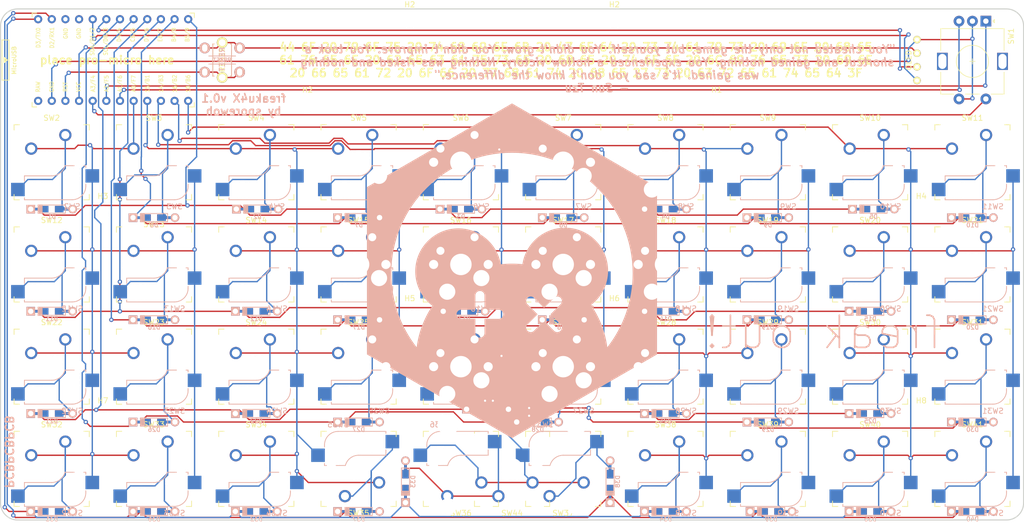
<source format=kicad_pcb>
(kicad_pcb (version 20211014) (generator pcbnew)
  (layers (0 "F.Cu" signal) (31 "B.Cu" signal) (34 "B.Paste" user) (35 "F.Paste" user) (36 "B.SilkS" user "B.Silkscreen") (37 "F.SilkS" user "F.Silkscreen") (38 "B.Mask" user) (39 "F.Mask" user) (44 "Edge.Cuts" user))
  (net 0 "")
  (net 1 "row1")
  (net 2 "Net-(D1-Pad2)")
  (net 3 "Net-(D2-Pad2)")
  (net 4 "Net-(D3-Pad2)")
  (net 5 "Net-(D4-Pad2)")
  (net 6 "Net-(D5-Pad2)")
  (net 7 "row2")
  (net 8 "Net-(D6-Pad2)")
  (net 9 "Net-(D7-Pad2)")
  (net 10 "Net-(D8-Pad2)")
  (net 11 "Net-(D9-Pad2)")
  (net 12 "Net-(D10-Pad2)")
  (net 13 "row3")
  (net 14 "Net-(D11-Pad2)")
  (net 15 "Net-(D12-Pad2)")
  (net 16 "Net-(D13-Pad2)")
  (net 17 "Net-(D14-Pad2)")
  (net 18 "Net-(D15-Pad2)")
  (net 19 "row4")
  (net 20 "Net-(D16-Pad2)")
  (net 21 "Net-(D17-Pad2)")
  (net 22 "Net-(D18-Pad2)")
  (net 23 "Net-(D19-Pad2)")
  (net 24 "Net-(D20-Pad2)")
  (net 25 "row5")
  (net 26 "Net-(D21-Pad2)")
  (net 27 "Net-(D22-Pad2)")
  (net 28 "Net-(D23-Pad2)")
  (net 29 "Net-(D24-Pad2)")
  (net 30 "Net-(D25-Pad2)")
  (net 31 "row6")
  (net 32 "Net-(D26-Pad2)")
  (net 33 "Net-(D27-Pad2)")
  (net 34 "Net-(D28-Pad2)")
  (net 35 "Net-(D29-Pad2)")
  (net 36 "Net-(D30-Pad2)")
  (net 37 "row7")
  (net 38 "Net-(D31-Pad2)")
  (net 39 "Net-(D32-Pad2)")
  (net 40 "Net-(D33-Pad2)")
  (net 41 "Net-(D34-Pad2)")
  (net 42 "Net-(D35-Pad2)")
  (net 43 "row8")
  (net 44 "Net-(D36-Pad2)")
  (net 45 "Net-(D37-Pad2)")
  (net 46 "Net-(D38-Pad2)")
  (net 47 "Net-(D39-Pad2)")
  (net 48 "Net-(D40-Pad2)")
  (net 49 "sda")
  (net 50 "scl")
  (net 51 "vcc")
  (net 52 "gnd")
  (net 53 "padA")
  (net 54 "padB")
  (net 55 "encoder_switch")
  (net 56 "col1")
  (net 57 "col2")
  (net 58 "col3")
  (net 59 "col4")
  (net 60 "col5")
  (net 61 "rst")
  (footprint "MountingHole:MountingHole_2.2mm_M2" (layer "F.Cu") (at 227.0125 123.825)
    (fp_text reference "H8")
    (fp_text value "MountingHole")
  )
  (footprint "keyswitches:Kailh_socket_MX_optional" (layer "F.Cu") (at 84.1375 95.25)
    (fp_text reference "SW13")
    (fp_text value "SW_SPST")
  )
  (footprint "MountingHole:MountingHole_2.2mm_M2" (layer "F.Cu") (at 169.8625 50.00625)
    (fp_text reference "H2")
    (fp_text value "MountingHole")
  )
  (footprint "keyswitches:Kailh_socket_MX_optional" (layer "F.Cu") (at 141.2875 95.25)
    (fp_text reference "SW16")
    (fp_text value "SW_SPST")
  )
  (footprint "keyswitches:Kailh_socket_MX_optional" (layer "F.Cu") (at 198.4375 76.2)
    (fp_text reference "SW9")
    (fp_text value "SW_SPST")
  )
  (footprint "keyswitches:Kailh_socket_MX_optional" (layer "F.Cu") (at 217.4875 133.35)
    (fp_text reference "SW40")
    (fp_text value "SW_SPST")
  )
  (footprint "keyswitches:Kailh_socket_MX_optional" (layer "F.Cu") (at 236.5375 133.35)
    (fp_text reference "SW41")
    (fp_text value "SW_SPST")
  )
  (footprint "MountingHole:MountingHole_2.2mm_M2" (layer "F.Cu") (at 169.8625 104.775)
    (fp_text reference "H6")
    (fp_text value "MountingHole")
  )
  (footprint "MountingHole:MountingHole_2.2mm_M2" (layer "F.Cu") (at 188.9125 65.88125)
    (fp_text reference "H1")
    (fp_text value "MountingHole")
  )
  (footprint "MountingHole:MountingHole_2.2mm_M2" (layer "F.Cu") (at 74.6125 85.725)
    (fp_text reference "H3")
    (fp_text value "MountingHole")
  )
  (footprint "keyswitches:Kailh_socket_MX_optional" (layer "F.Cu") (at 236.5375 95.25)
    (fp_text reference "SW21")
    (fp_text value "SW_SPST")
  )
  (footprint "keyswitches:Kailh_socket_MX_optional" (layer "F.Cu") (at 103.1875 95.25)
    (fp_text reference "SW14")
    (fp_text value "SW_SPST")
  )
  (footprint "keyswitches:Kailh_socket_MX_optional" (layer "F.Cu") (at 160.3375 133.35 180)
    (fp_text reference "SW37")
    (fp_text value "SW_SPST")
  )
  (footprint "keyswitches:Kailh_socket_MX_optional" (layer "F.Cu") (at 179.3875 114.3)
    (fp_text reference "SW28")
    (fp_text value "SW_SPST")
  )
  (footprint "keyswitches:Kailh_socket_MX_optional" (layer "F.Cu") (at 84.1375 114.3)
    (fp_text reference "SW23")
    (fp_text value "SW_SPST")
  )
  (footprint "keyswitches:Kailh_socket_MX_optional" (layer "F.Cu") (at 141.2875 76.2)
    (fp_text reference "SW6")
    (fp_text value "SW_SPST")
  )
  (footprint "kbd:OLED_v2" (layer "F.Cu") (at 226.21875 57.15 90)
    (fp_text reference "OL1")
    (fp_text value "OLED" hide)
  )
  (footprint "MountingHole:MountingHole_2.2mm_M2" (layer "F.Cu") (at 227.0125 85.725)
    (fp_text reference "H4")
    (fp_text value "MountingHole")
  )
  (footprint "keyswitches:Kailh_socket_MX_optional" (layer "F.Cu") (at 217.4875 114.3)
    (fp_text reference "SW30")
    (fp_text value "SW_SPST")
  )
  (footprint "keyswitches:Kailh_socket_MX_optional" (layer "F.Cu") (at 65.0875 114.3)
    (fp_text reference "SW22")
    (fp_text value "SW_SPST")
  )
  (footprint "keyswitches:Kailh_socket_MX_optional" (layer "F.Cu") (at 236.5375 76.2)
    (fp_text reference "SW11")
    (fp_text value "SW_SPST")
  )
  (footprint "keyswitches:Kailh_socket_MX_optional" (layer "F.Cu") (at 65.0875 133.35)
    (fp_text reference "SW32")
    (fp_text value "SW_SPST")
  )
  (footprint "keyswitches:Kailh_socket_MX_optional" (layer "F.Cu") (at 160.3375 76.2)
    (fp_text reference "SW7")
    (fp_text value "SW_SPST")
  )
  (footprint "keyswitches:Kailh_socket_MX_optional" (layer "F.Cu") (at 179.3875 133.35)
    (fp_text reference "SW38")
    (fp_text value "SW_SPST")
  )
  (footprint "keyswitches:Kailh_socket_MX_optional" (layer "F.Cu") (at 141.2875 133.35 180)
    (fp_text reference "SW36")
    (fp_text value "SW_SPST")
  )
  (footprint "MountingHole:MountingHole_2.2mm_M2" (layer "F.Cu") (at 74.6125 123.825)
    (fp_text reference "H7")
    (fp_text value "MountingHole")
  )
  (footprint "keyswitches:Kailh_socket_MX_optional" (layer "F.Cu") (at 122.2375 133.35 180)
    (fp_text reference "SW35")
    (fp_text value "SW_SPST")
  )
  (footprint "keyswitches:Kailh_socket_MX_optional" (layer "F.Cu") (at 141.2875 114.3)
    (fp_text reference "SW26")
    (fp_text value "SW_SPST")
  )
  (footprint "keyswitches:Kailh_socket_MX_optional" (layer "F.Cu") (at 122.2375 114.3)
    (fp_text reference "SW25")
    (fp_text value "SW_SPST")
  )
  (footprint "MountingHole:MountingHole_2.2mm_M2" (layer "F.Cu") (at 131.7625 104.775)
    (fp_text reference "H5")
    (fp_text value "MountingHole")
  )
  (footprint "keyswitches:Kailh_socket_MX_optional" (layer "F.Cu") (at 179.3875 95.25)
    (fp_text reference "SW18")
    (fp_text value "SW_SPST")
  )
  (footprint "kbd:ResetSW" (layer "F.Cu") (at 96.8375 57.15 90)
    (fp_text reference "SW43" hide)
    (fp_text value "SW_SPST")
  )
  (footprint "keyswitches:Kailh_socket_MX_optional" (layer "F.Cu") (at 217.4875 95.25)
    (fp_text reference "SW20")
    (fp_text value "SW_SPST")
  )
  (footprint "keyswitches:Kailh_socket_MX_optional" (layer "F.Cu") (at 198.4375 95.25)
    (fp_text reference "SW19")
    (fp_text value "SW_SPST")
  )
  (footprint "keyswitches:Stabilizer_MX_2u" (layer "F.Cu") (at 150.8125 133.35 180)
    (fp_text reference "REF**" hide)
    (fp_text value "Stabilizer_MX_2u" hide)
  )
  (footprint "keyswitches:Kailh_socket_MX_optional" (layer "F.Cu") (at 160.3375 95.25)
    (fp_text reference "SW17")
    (fp_text value "SW_SPST")
  )
  (footprint "keyswitches:Kailh_socket_MX_optional" (layer "F.Cu") (at 65.0875 95.25)
    (fp_text reference "SW12")
    (fp_text value "SW_SPST")
  )
  (footprint "keyswitches:Kailh_socket_MX_optional" (layer "F.Cu") (at 84.1375 76.2)
    (fp_text reference "SW3")
    (fp_text value "SW_SPST")
  )
  (footprint "keyswitches:Kailh_socket_MX_optional" (layer "F.Cu") (at 65.0875 76.2)
    (fp_text reference "SW2")
    (fp_text value "SW_SPST")
  )
  (footprint "keyswitches:Kailh_socket_MX_optional" (layer "F.Cu") (at 122.2375 76.2)
    (fp_text reference "SW5")
    (fp_text value "SW_SPST")
  )
  (footprint "keyswitches:SW_MX" (layer "F.Cu") (at 150.8125 133.35 180)
    (fp_text reference "SW44")
    (fp_text value "SW_SPST")
  )
  (footprint "keyswitches:Kailh_socket_MX_optional" (layer "F.Cu") (at 84.1375 133.35)
    (fp_text reference "SW33")
    (fp_text value "SW_SPST")
  )
  (footprint "MountingHole:MountingHole_2.2mm_M2" (layer "F.Cu") (at 131.7625 50.00625)
    (fp_text reference "H2")
    (fp_text value "MountingHole")
  )
  (footprint "keyswitches:Kailh_socket_MX_optional" (layer "F.Cu") (at 103.1875 76.2)
    (fp_text reference "SW4")
    (fp_text value "SW_SPST")
  )
  (footprint "keyswitches:Kailh_socket_MX_optional" (layer "F.Cu") (at 103.1875 114.3)
    (fp_text reference "SW24")
    (fp_text value "SW_SPST")
  )
  (footprint "Rotary_Encoder:RotaryEncoder_Alps_EC11E-Switch_Vertical_H20mm" (layer "F.Cu") (at 239.0375 49.9 -90)
    (fp_text reference "SW1")
    (fp_text value "RotaryEncoder_Switch")
  )
  (footprint "keyswitches:Kailh_socket_MX_optional" (layer "F.Cu") (at 217.4875 76.2)
    (fp_text reference "SW10")
    (fp_text value "SW_SPST")
  )
  (footprint "keyswitches:Kailh_socket_MX_optional" (layer "F.Cu") (at 179.3875 76.2)
    (fp_text reference "SW8")
    (fp_text value "SW_SPST")
  )
  (footprint "kbd:ProMicro_v3" (layer "F.Cu") (at 77.04375 57.15 90)
    (fp_text reference "U1" hide)
    (fp_text value "ProMicro" hide)
  )
  (footprint "keyswitches:Kailh_socket_MX_optional" (layer "F.Cu") (at 198.4375 114.3)
    (fp_text reference "SW29")
    (fp_text value "SW_SPST")
  )
  (footprint "keyswitches:Kailh_socket_MX_optional" (layer "F.Cu") (at 198.4375 133.35)
    (fp_text reference "SW39")
    (fp_text value "SW_SPST")
  )
  (footprint "keyswitches:Kailh_socket_MX_optional" (layer "F.Cu") (at 236.5375 114.3)
    (fp_text reference "SW31")
    (fp_text value "SW_SPST")
  )
  (footprint "keyswitches:Kailh_socket_MX_optional" (layer "F.Cu") (at 160.3375 114.3)
    (fp_text reference "SW27")
    (fp_text value "SW_SPST")
  )
  (footprint "keyswitches:Kailh_socket_MX_optional" (layer "F.Cu") (at 103.1875 133.35)
    (fp_text reference "SW34")
    (fp_text value "SW_SPST")
  )
  (footprint "keyswitches:Kailh_socket_MX_optional" (layer "F.Cu") (at 122.2375 95.25)
    (fp_text reference "SW15")
    (fp_text value "SW_SPST")
  )
  (footprint "MountingHole:MountingHole_2.2mm_M2" (layer "F.Cu") (at 112.7125 65.88125)
    (fp_text reference "H2")
    (fp_text value "MountingHole")
  )
  (footprint "Keebio-Parts:Diode-dual" (layer "B.Cu") (at 103.1875 123.03125 180)
    (fp_text reference "D22")
    (fp_text value "1N4148" hide)
  )
  (footprint "Keebio-Parts:Diode-dual" (layer "B.Cu") (at 217.4875 103.98125 180)
    (fp_text reference "D15")
    (fp_text value "1N4148" hide)
  )
  (footprint "Keebio-Parts:Diode-dual" (layer "B.Cu") (at 65.0875 84.93125 180)
    (fp_text reference "D1")
    (fp_text value "1N4148" hide)
  )
  (footprint "Keebio-Parts:Diode-dual" (layer "B.Cu") (at 198.4375 105.56875 180)
    (fp_text reference "D19")
    (fp_text value "1N4148" hide)
  )
  (footprint "Keebio-Parts:Diode-dual" (layer "B.Cu") (at 122.2375 86.51875 180)
    (fp_text reference "D7")
    (fp_text value "1N4148" hide)
  )
  (footprint "Keebio-Parts:Diode-dual" (layer "B.Cu") (at 198.4375 124.61875 180)
    (fp_text reference "D29")
    (fp_text value "1N4148" hide)
  )
  (footprint "Keebio-Parts:Diode-dual" (layer "B.Cu") (at 84.1375 124.61875 180)
    (fp_text reference "D26")
    (fp_text value "1N4148" hide)
  )
  (footprint "Keebio-Parts:Diode-dual" (layer "B.Cu") (at 160.3375 86.51875 180)
    (fp_text reference "D8")
    (fp_text value "1N4148" hide)
  )
  (footprint "Keebio-Parts:Diode-dual" (layer "B.Cu") (at 179.3875 141.2875 180)
    (fp_text reference "D34")
    (fp_text value "1N4148" hide)
  )
  (footprint "Keebio-Parts:Diode-dual" (layer "B.Cu") (at 179.3875 103.98125 180)
    (fp_text reference "D14")
    (fp_text value "1N4148" hide)
  )
  (footprint "Keebio-Parts:Diode-dual" (layer "B.Cu") (at 65.0875 103.98125 180)
    (fp_text reference "D11")
    (fp_text value "1N4148" hide)
  )
  (footprint "Keebio-Parts:Diode-dual" (layer "B.Cu") (at 122.2375 141.2875 180)
    (fp_text reference "D37")
    (fp_text value "1N4148" hide)
  )
  (footprint "Keebio-Parts:Diode-dual" (layer "B.Cu") (at 217.4875 141.2875 180)
    (fp_text reference "D35")
    (fp_text value "1N4148" hide)
  )
  (footprint "Keebio-Parts:Diode-dual" (layer "B.Cu") (at 217.4875 123.03125 180)
    (fp_text reference "D25")
    (fp_text value "1N4148" hide)
  )
  (footprint "Keebio-Parts:Diode-dual" (layer "B.Cu") (at 218.09375 84.93125 180)
    (fp_text reference "D5")
    (fp_text value "1N4148" hide)
  )
  (footprint "Keebio-Parts:Diode-dual" (layer "B.Cu") (at 199.04375 141.2875 180)
    (fp_text reference "D39")
    (fp_text value "1N4148" hide)
  )
  (footprint "Keebio-Parts:Diode-dual" (layer "B.Cu") (at 65.0875 141.2875 180)
    (fp_text reference "D31")
    (fp_text value "1N4148" hide)
  )
  (footprint "Keebio-Parts:Diode-dual" (layer "B.Cu") (at 236.5375 86.51875 180)
    (fp_text reference "D10")
    (fp_text value "1N4148" hide)
  )
  (footprint "Keebio-Parts:Diode-dual" (layer "B.Cu") (at 179.3875 123.03125 180)
    (fp_text reference "D24")
    (fp_text value "1N4148" hide)
  )
  (footprint "Keebio-Parts:Diode-dual" (layer "B.Cu") (at 146.2375 122.2375 180)
    (fp_text reference "D23")
    (fp_text value "1N4148" hide)
  )
  (footprint "Keebio-Parts:Diode-dual" (layer "B.Cu") (at 141.89375 103.98125 180)
    (fp_text reference "D13")
    (fp_text value "1N4148" hide)
  )
  (footprint "Keebio-Parts:Diode-dual" (layer "B.Cu") (at 84.1375 105.56875 180)
    (fp_text reference "D16")
    (fp_text value "1N4148" hide)
  )
  (footprint "Keebio-Parts:Diode-dual" (layer "B.Cu") (at 122.2375 124.61875 180)
    (fp_text reference "D27")
    (fp_text value "1N4148" hide)
  )
  (footprint "Keebio-Parts:Diode-dual" (layer "B.Cu") (at 236.5375 141.2875 180)
    (fp_text reference "D40")
    (fp_text value "1N4148" hide)
  )
  (footprint "Keebio-Parts:Diode-dual" (layer "B.Cu") (at 236.5375 105.56875 180)
    (fp_text reference "D20")
    (fp_text value "1N4148" hide)
  )
  (footprint "kbd:ResetSW_4" (layer "B.Cu") (at 96.8375 57.15 180)
    (fp_text reference "SW42" hide)
    (fp_text value "SW_SPST")
  )
  (footprint "Keebio-Parts:Diode-dual" (layer "B.Cu") (at 179.3875 84.93125 180)
    (fp_text reference "D4")
    (fp_text value "1N4148" hide)
  )
  (footprint "Keebio-Parts:Diode-dual" (layer "B.Cu") (at 130.96875 135.73125 -90)
    (fp_text reference "D33")
    (fp_text value "1N4148" hide)
  )
  (footprint "Keebio-Parts:Diode-dual" (layer "B.Cu") (at 155.575 124.61875 180)
    (fp_text reference "D28")
    (fp_text value "1N4148" hide)
  )
  (footprint "Keebio-Parts:Diode-dual" (layer "B.Cu") (at 103.1875 141.2875 180)
    (fp_text reference "D32")
    (fp_text value "1N4148" hide)
  )
  (footprint "Keebio-Parts:Diode-dual" (layer "B.Cu") (at 236.5375 124.61875 180)
    (fp_text reference "D30")
    (fp_text value "1N4148" hide)
  )
  (footprint "Keebio-Parts:Diode-dual" (layer "B.Cu") (at 103.375 84.93125 180)
    (fp_text reference "D2")
    (fp_text value "1N4148" hide)
  )
  (footprint "Keebio-Parts:Diode-dual" (layer "B.Cu") (at 122.2375 105.56875 180)
    (fp_text reference "D17")
    (fp_text value "1N4148" hide)
  )
  (footprint "Keebio-Parts:Diode-dual" (layer "B.Cu") (at 84.1375 86.51875 180)
    (fp_text reference "D6")
    (fp_text value "1N4148" hide)
  )
  (footprint "Keebio-Parts:Diode-dual" (layer "B.Cu") (at 198.4375 86.51875 180)
    (fp_text reference "D9")
    (fp_text value "1N4148" hide)
  )
  (footprint "Keebio-Parts:Diode-dual" (layer "B.Cu") (at 84.1375 141.2875 180)
    (fp_text reference "D36")
    (fp_text value "1N4148" hide)
  )
  (footprint "Keebio-Parts:Diode-dual" (layer "B.Cu") (at 169.06875 135.73125 -90)
    (fp_text reference "D38")
    (fp_text value "1N4148" hide)
  )
  (footprint "Keebio-Parts:Diode-dual" (layer "B.Cu") (at 65.0875 123.03125 180)
    (fp_text reference "D21")
    (fp_text value "1N4148" hide)
  )
  (footprint "Keebio-Parts:Diode-dual" (layer "B.Cu") (at 141.2875 84.93125 180)
    (fp_text reference "D3")
    (fp_text value "1N4148" hide)
  )
  (footprint "Keebio-Parts:Diode-dual" (layer "B.Cu") (at 103.1875 103.98125 180)
    (fp_text reference "D12")
    (fp_text value "1N4148" hide)
  )
  (footprint "Keebio-Parts:Diode-dual" (layer "B.Cu") (at 160.3375 105.56875 180)
    (fp_text reference "D18")
    (fp_text value "1N4148" hide)
  )
  (gr_poly (pts (xy 177.808756 80.82723) (xy 177.808771 112.01518) (xy 150.799211 127.609144) (xy 123.789686 112.015188) (xy 123.78968 96.905393) (xy 128.326952 96.905393) (xy 128.34747 97.873677) (xy 128.408471 98.831541) (xy 128.509125 99.778155) (xy 128.648603 100.71269) (xy 128.826075 101.634317) (xy 129.040712 102.542204) (xy 129.291684 103.435524) (xy 129.578161 104.313446) (xy 129.899313 105.175141) (xy 130.254312 106.01978) (xy 130.642328 106.846532) (xy 131.06253 107.654569) (xy 131.514089 108.44306) (xy 131.996177 109.211176) (xy 132.507962 109.958088) (xy 133.048616 110.682966) (xy 133.125061 110.153439) (xy 133.21686 109.629013) (xy 133.323777 109.109926) (xy 133.445575 108.596413) (xy 133.582017 108.088713) (xy 133.732867 107.587061) (xy 133.897887 107.091694) (xy 134.076842 106.60285) (xy 134.269493 106.120765) (xy 134.475604 105.645676) (xy 134.694939 105.177819) (xy 134.927261 104.717432) (xy 135.022634 104.541265) (xy 140.48765 104.541265) (xy 140.488697 104.583717) (xy 140.491807 104.625629) (xy 140.496928 104.666952) (xy 140.504013 104.707637) (xy 140.513012 104.747635) (xy 140.523876 104.786895) (xy 140.536554 104.825369) (xy 140.550998 104.863007) (xy 140.567158 104.89976) (xy 140.584985 104.935578) (xy 140.604429 104.970413) (xy 140.625442 105.004214) (xy 140.647974 105.036933) (xy 140.671974 105.068519) (xy 140.697395 105.098924) (xy 140.724187 105.128099) (xy 140.752299 105.155993) (xy 140.781684 105.182558) (xy 140.812291 105.207743) (xy 140.844071 105.231501) (xy 140.876975 105.25378) (xy 140.910953 105.274533) (xy 140.945956 105.293709) (xy 140.981935 105.311259) (xy 141.01884 105.327135) (xy 141.056621 105.341285) (xy 141.095231 105.353662) (xy 141.134618 105.364215) (xy 141.174734 105.372896) (xy 141.215529 105.379655) (xy 141.256954 105.384442) (xy 141.29896 105.387208) (xy 141.29896 105.387933) (xy 143.986208 105.387933) (xy 143.986208 108.075174) (xy 143.986925 108.075174) (xy 143.989691 108.11718) (xy 143.994479 108.158606) (xy 144.001237 108.199401) (xy 144.009918 108.239518) (xy 144.020472 108.278905) (xy 144.032848 108.317515) (xy 144.046999 108.355297) (xy 144.062874 108.392202) (xy 144.080425 108.428181) (xy 144.099601 108.463184) (xy 144.120354 108.497162) (xy 144.142634 108.530066) (xy 144.166391 108.561846) (xy 144.191577 108.592452) (xy 144.218142 108.621837) (xy 144.246036 108.649949) (xy 144.275211 108.676741) (xy 144.305616 108.702161) (xy 144.337203 108.726162) (xy 144.369922 108.748693) (xy 144.403723 108.769705) (xy 144.438558 108.78915) (xy 144.474376 108.806977) (xy 144.511129 108.823137) (xy 144.548768 108.83758) (xy 144.587242 108.850258) (xy 144.626502 108.861121) (xy 144.6665 108.87012) (xy 144.707185 108.877205) (xy 144.748508 108.882327) (xy 144.79042 108.885436) (xy 144.832872 108.886483) (xy 144.875323 108.885436) (xy 144.917234 108.882327) (xy 144.958556 108.877205) (xy 144.99924 108.87012) (xy 145.039236 108.861121) (xy 145.078496 108.850258) (xy 145.116969 108.83758) (xy 145.154606 108.823137) (xy 145.191359 108.806977) (xy 145.227176 108.78915) (xy 145.26201 108.769705) (xy 145.295811 108.748693) (xy 145.32853 108.726162) (xy 145.360116 108.702161) (xy 145.390521 108.676741) (xy 145.419695 108.649949) (xy 145.447589 108.621837) (xy 145.474153 108.592452) (xy 145.499339 108.561846) (xy 145.523096 108.530066) (xy 145.545376 108.497162) (xy 145.566128 108.463184) (xy 145.585305 108.428181) (xy 145.602855 108.392202) (xy 145.61873 108.355297) (xy 145.632881 108.317515) (xy 145.645258 108.278905) (xy 145.655811 108.239518) (xy 145.664492 108.199401) (xy 145.671251 108.158606) (xy 145.676038 108.11718) (xy 145.678804 108.075174) (xy 145.679529 108.075174) (xy 145.679529 107.031601) (xy 153.445342 107.031601) (xy 153.447027 107.071174) (xy 153.450551 107.110649) (xy 153.455915 107.149955) (xy 153.463118 107.189023) (xy 153.472161 107.227782) (xy 153.483044 107.266163) (xy 153.495765 107.304096) (xy 153.510327 107.341511) (xy 153.526728 107.378339) (xy 153.544968 107.414508) (xy 153.565048 107.449951) (xy 153.586967 107.484596) (xy 153.610727 107.518375) (xy 153.636325 107.551216) (xy 153.663763 107.583051) (xy 153.693041 107.613809) (xy 153.723799 107.643086) (xy 153.755634 107.670523) (xy 153.788475 107.696121) (xy 153.822253 107.71988) (xy 153.856899 107.741799) (xy 153.892341 107.761878) (xy 153.928511 107.780118) (xy 153.965339 107.796519) (xy 154.002754 107.81108) (xy 154.040687 107.823802) (xy 154.079068 107.834684) (xy 154.117828 107.843726) (xy 154.156895 107.850929) (xy 154.196202 107.856293) (xy 154.235676 107.859817) (xy 154.27525 107.861502) (xy 154.314853 107.861347) (xy 154.354415 107.859353) (xy 154.393867 107.855519) (xy 154.433137 107.849846) (xy 154.472158 107.842333) (xy 154.510859 107.832981) (xy 154.549169 107.821789) (xy 154.58702 107.808758) (xy 154.624341 107.793888) (xy 154.661063 107.777178) (xy 154.697115 107.758628) (xy 154.732428 107.738239) (xy 154.766932 107.71601) (xy 154.800558 107.691942) (xy 154.833235 107.666035) (xy 154.864893 107.638288) (xy 154.865023 107.638417) (xy 154.865151 107.638547) (xy 154.865404 107.638807) (xy 156.765581 105.738641) (xy 158.640749 107.613809) (xy 158.665743 107.638807) (xy 158.665874 107.638677) (xy 158.666004 107.638547) (xy 158.666131 107.638417) (xy 158.666193 107.638352) (xy 158.666254 107.638288) (xy 158.697914 107.666035) (xy 158.730592 107.691942) (xy 158.764218 107.71601) (xy 158.798723 107.738239) (xy 158.834037 107.758628) (xy 158.87009 107.777178) (xy 158.906813 107.793888) (xy 158.944134 107.808758) (xy 158.981986 107.821789) (xy 159.020297 107.832981) (xy 159.058997 107.842333) (xy 159.098018 107.849846) (xy 159.137289 107.855519) (xy 159.176741 107.859353) (xy 159.216303 107.861347) (xy 159.255906 107.861502) (xy 159.29548 107.859817) (xy 159.334955 107.856293) (xy 159.374261 107.850929) (xy 159.413328 107.843726) (xy 159.452087 107.834684) (xy 159.490468 107.823802) (xy 159.528401 107.81108) (xy 159.565816 107.796519) (xy 159.602644 107.780118) (xy 159.638813 107.761878) (xy 159.674256 107.741799) (xy 159.708901 107.71988) (xy 159.742679 107.696121) (xy 159.775521 107.670523) (xy 159.807355 107.643086) (xy 159.838114 107.613809) (xy 159.867391 107.583051) (xy 159.894828 107.551216) (xy 159.920426 107.518375) (xy 159.944185 107.484596) (xy 159.966104 107.449951) (xy 159.986183 107.414508) (xy 160.004423 107.378339) (xy 160.020824 107.341511) (xy 160.035385 107.304096) (xy 160.048107 107.266163) (xy 160.058989 107.227782) (xy 160.068032 107.189023) (xy 160.075236 107.149955) (xy 160.080599 107.110649) (xy 160.084124 107.071174) (xy 160.085809 107.031601) (xy 160.085654 106.991998) (xy 160.08366 106.952436) (xy 160.079826 106.912985) (xy 160.074153 106.873714) (xy 160.066641 106.834693) (xy 160.057289 106.795993) (xy 160.046097 106.757682) (xy 160.033066 106.719831) (xy 160.018196 106.68251) (xy 160.001486 106.645788) (xy 159.982936 106.609736) (xy 159.962547 106.574423) (xy 159.940319 106.539918) (xy 159.916251 106.506293) (xy 159.890343 106.473615) (xy 159.862596 106.441957) (xy 159.863115 106.441438) (xy 159.838114 106.41644) (xy 157.962938 104.541272) (xy 159.838114 102.666105) (xy 159.863115 102.641107) (xy 159.862985 102.640974) (xy 159.862856 102.640845) (xy 159.862727 102.640716) (xy 159.862596 102.640588) (xy 159.890343 102.608929) (xy 159.916251 102.576252) (xy 159.940319 102.542627) (xy 159.962547 102.508122) (xy 159.982936 102.472809) (xy 160.001486 102.436756) (xy 160.018196 102.400035) (xy 160.033066 102.362714) (xy 160.046097 102.324863) (xy 160.057289 102.286552) (xy 160.066641 102.247852) (xy 160.074153 102.208831) (xy 160.079826 102.16956) (xy 160.08366 102.130109) (xy 160.085654 102.090547) (xy 160.085809 102.050944) (xy 160.084124 102.01137) (xy 160.080599 101.971896) (xy 160.075236 101.932589) (xy 160.068032 101.893522) (xy 160.058989 101.854763) (xy 160.048107 101.816382) (xy 160.035385 101.778449) (xy 160.020824 101.741034) (xy 160.004423 101.704206) (xy 159.986183 101.668036) (xy 159.966104 101.632594) (xy 159.944185 101.597949) (xy 159.920426 101.56417) (xy 159.894828 101.531329) (xy 159.867391 101.499494) (xy 159.838114 101.468736) (xy 159.807355 101.439458) (xy 159.775519 101.41202) (xy 159.742678 101.386422) (xy 159.708899 101.362663) (xy 159.674253 101.340743) (xy 159.638811 101.320663) (xy 159.602641 101.302423) (xy 159.565813 101.286022) (xy 159.528398 101.271461) (xy 159.490465 101.258739) (xy 159.452084 101.247857) (xy 159.413325 101.238814) (xy 159.374257 101.23161) (xy 159.334951 101.226246) (xy 159.295477 101.222722) (xy 159.255903 101.221037) (xy 159.2163 101.221192) (xy 159.176739 101.223186) (xy 159.137287 101.227019) (xy 159.098016 101.232692) (xy 159.058996 101.240205) (xy 159.020295 101.249557) (xy 158.981984 101.260748) (xy 158.944133 101.273779) (xy 158.906812 101.288649) (xy 158.87009 101.305359) (xy 158.834037 101.323908) (xy 158.798723 101.344297) (xy 158.764218 101.366525) (xy 158.730591 101.390592) (xy 158.697914 101.416499) (xy 158.666254 101.444246) (xy 158.666 101.443988) (xy 158.665935 101.443923) (xy 158.66587 101.443858) (xy 158.665803 101.443794) (xy 158.665735 101.443731) (xy 158.641489 101.467996) (xy 158.641303 101.468181) (xy 158.64112 101.468366) (xy 158.640756 101.468736) (xy 156.765581 103.343904) (xy 154.890413 101.468728) (xy 154.865404 101.443731) (xy 154.864893 101.444246) (xy 154.833235 101.416499) (xy 154.800558 101.390591) (xy 154.766932 101.366523) (xy 154.732428 101.344295) (xy 154.697115 101.323906) (xy 154.661063 101.305356) (xy 154.624341 101.288646) (xy 154.58702 101.273776) (xy 154.549169 101.260745) (xy 154.510859 101.249553) (xy 154.472158 101.240201) (xy 154.433137 101.232689) (xy 154.393867 101.227016) (xy 154.354415 101.223182) (xy 154.314853 101.221188) (xy 154.27525 101.221033) (xy 154.235676 101.222718) (xy 154.196202 101.226243) (xy 154.156895 101.231606) (xy 154.117828 101.23881) (xy 154.079068 101.247853) (xy 154.040687 101.258735) (xy 154.002754 101.271457) (xy 153.965339 101.286018) (xy 153.928511 101.302418) (xy 153.892341 101.320659) (xy 153.856899 101.340738) (xy 153.822253 101.362657) (xy 153.788475 101.386416) (xy 153.755634 101.412014) (xy 153.723799 101.439451) (xy 153.693041 101.468728) (xy 153.663763 101.499487) (xy 153.636325 101.531323) (xy 153.610727 101.564164) (xy 153.586967 101.597943) (xy 153.565048 101.632589) (xy 153.544968 101.668032) (xy 153.526728 101.704202) (xy 153.510327 101.741029) (xy 153.495765 101.778445) (xy 153.483044 101.816378) (xy 153.472161 101.854759) (xy 153.463118 101.893518) (xy 153.455915 101.932586) (xy 153.450551 101.971892) (xy 153.447027 102.011367) (xy 153.445342 102.05094) (xy 153.445497 102.090543) (xy 153.447491 102.130105) (xy 153.451324 102.169556) (xy 153.456997 102.208827) (xy 153.46451 102.247848) (xy 153.473862 102.286549) (xy 153.485053 102.324859) (xy 153.498084 102.36271) (xy 153.512954 102.400032) (xy 153.529664 102.436754) (xy 153.548213 102.472806) (xy 153.568602 102.50812) (xy 153.59083 102.542625) (xy 153.614897 102.576251) (xy 153.640804 102.608929) (xy 153.66855 102.640588) (xy 153.668039 102.641099) (xy 153.693041 102.666097) (xy 155.568209 104.541272) (xy 153.668047 106.441438) (xy 153.66855 106.441957) (xy 153.640804 106.473615) (xy 153.614897 106.506293) (xy 153.59083 106.539918) (xy 153.568602 106.574423) (xy 153.548213 106.609736) (xy 153.529664 106.645788) (xy 153.512954 106.68251) (xy 153.498084 106.719831) (xy 153.485053 106.757682) (xy 153.473862 106.795993) (xy 153.46451 106.834693) (xy 153.456997 106.873714) (xy 153.451324 106.912985) (xy 153.447491 106.952436) (xy 153.445497 106.991998) (xy 153.445342 107.031601) (xy 145.679529 107.031601) (xy 145.679529 105.387933) (xy 148.366777 105.387933) (xy 148.366777 105.387208) (xy 148.408783 105.384442) (xy 148.450208 105.379655) (xy 148.491003 105.372896) (xy 148.531119 105.364215) (xy 148.570506 105.353662) (xy 148.609115 105.341285) (xy 148.646897 105.327135) (xy 148.683802 105.311259) (xy 148.719781 105.293709) (xy 148.754784 105.274533) (xy 148.788762 105.25378) (xy 148.821666 105.231501) (xy 148.853446 105.207743) (xy 148.884053 105.182558) (xy 148.913437 105.155993) (xy 148.94155 105.128099) (xy 148.968342 105.098924) (xy 148.993762 105.068519) (xy 149.017763 105.036933) (xy 149.040295 105.004214) (xy 149.061307 104.970413) (xy 149.080752 104.935578) (xy 149.098579 104.89976) (xy 149.114739 104.863007) (xy 149.129183 104.825369) (xy 149.141861 104.786895) (xy 149.152725 104.747635) (xy 149.161723 104.707637) (xy 149.168808 104.666952) (xy 149.17393 104.625629) (xy 149.17704 104.583717) (xy 149.178087 104.541265) (xy 149.17704 104.498813) (xy 149.17393 104.456901) (xy 149.168808 104.415578) (xy 149.161723 104.374892) (xy 149.152725 104.334895) (xy 149.141861 104.295635) (xy 149.129183 104.257161) (xy 149.114739 104.219523) (xy 149.098579 104.18277) (xy 149.080752 104.146951) (xy 149.061307 104.112117) (xy 149.040295 104.078315) (xy 149.017763 104.045597) (xy 148.993762 104.01401) (xy 148.968342 103.983605) (xy 148.94155 103.954431) (xy 148.913437 103.926537) (xy 148.884053 103.899972) (xy 148.853446 103.874786) (xy 148.821666 103.851029) (xy 148.788762 103.828749) (xy 148.754784 103.807997) (xy 148.719781 103.788821) (xy 148.683802 103.77127) (xy 148.646897 103.755395) (xy 148.609115 103.741244) (xy 148.570506 103.728868) (xy 148.531119 103.718314) (xy 148.491003 103.709634) (xy 148.450208 103.702875) (xy 148.408783 103.698088) (xy 148.366777 103.695321) (xy 148.366777 103.694604) (xy 148.332468 103.694612) (xy 145.679529 103.694612) (xy 145.679529 101.007356) (xy 145.678812 101.007356) (xy 145.676045 100.96535) (xy 145.671258 100.923925) (xy 145.664499 100.88313) (xy 145.655819 100.843014) (xy 145.645265 100.803627) (xy 145.632888 100.765017) (xy 145.618737 100.727236) (xy 145.602861 100.690331) (xy 145.585311 100.654352) (xy 145.566134 100.619348) (xy 145.545381 100.58537) (xy 145.523101 100.552466) (xy 145.499344 100.520686) (xy 145.474158 100.490079) (xy 145.447593 100.460694) (xy 145.419699 100.432581) (xy 145.390524 100.40579) (xy 145.360119 100.380369) (xy 145.328532 100.356368) (xy 145.295814 100.333836) (xy 145.262013 100.312823) (xy 145.227178 100.293378) (xy 145.19136 100.275551) (xy 145.154607 100.259391) (xy 145.11697 100.244947) (xy 145.078496 100.232268) (xy 145.039237 100.221405) (xy 144.99924 100.212406) (xy 144.958556 100.205321) (xy 144.917234 100.200199) (xy 144.875323 100.19709) (xy 144.832872 100.196042) (xy 144.79042 100.19709) (xy 144.748508 100.200199) (xy 144.707185 100.205321) (xy 144.6665 100.212406) (xy 144.626502 100.221405) (xy 144.587242 100.232268) (xy 144.548768 100.244947) (xy 144.511129 100.259391) (xy 144.474376 100.275551) (xy 144.438558 100.293378) (xy 144.403723 100.312823) (xy 144.369922 100.333836) (xy 144.337203 100.356368) (xy 144.305616 100.380369) (xy 144.275211 100.40579) (xy 144.246036 100.432581) (xy 144.218142 100.460694) (xy 144.191577 100.490079) (xy 144.166391 100.520686) (xy 144.142634 100.552466) (xy 144.120354 100.58537) (xy 144.099601 100.619348) (xy 144.080425 100.654352) (xy 144.062874 100.690331) (xy 144.046999 100.727236) (xy 144.032848 100.765017) (xy 144.020472 100.803627) (xy 144.009918 100.843014) (xy 144.001237 100.88313) (xy 143.994479 100.923925) (xy 143.989691 100.96535) (xy 143.986925 101.007356) (xy 143.986208 101.007356) (xy 143.986208 103.694604) (xy 141.29896 103.694604) (xy 141.29896 103.695329) (xy 141.256953 103.698095) (xy 141.215528 103.702883) (xy 141.174732 103.709641) (xy 141.134615 103.718322) (xy 141.095228 103.728875) (xy 141.056618 103.741252) (xy 141.018837 103.755403) (xy 140.981932 103.771278) (xy 140.945953 103.788828) (xy 140.91095 103.808004) (xy 140.876971 103.828757) (xy 140.844068 103.851036) (xy 140.812288 103.874794) (xy 140.781681 103.899979) (xy 140.752296 103.926544) (xy 140.724184 103.954438) (xy 140.697393 103.983612) (xy 140.671972 104.014017) (xy 140.647971 104.045603) (xy 140.62544 104.078321) (xy 140.604428 104.112122) (xy 140.584983 104.146956) (xy 140.567157 104.182774) (xy 140.550997 104.219527) (xy 140.536553 104.257165) (xy 140.523875 104.295638) (xy 140.513012 104.334898) (xy 140.504013 104.374895) (xy 140.496928 104.415579) (xy 140.491806 104.456902) (xy 140.488697 104.498814) (xy 140.48765 104.541265) (xy 135.022634 104.541265) (xy 135.172332 104.264752) (xy 135.429916 103.820014) (xy 135.699776 103.383457) (xy 135.981676 102.955316) (xy 135.62532 102.670719) (xy 135.28589 102.366726) (xy 134.964222 102.044175) (xy 134.661155 101.703901) (xy 134.377524 101.346743) (xy 134.114166 100.973536) (xy 133.871918 100.585118) (xy 133.651617 100.182325) (xy 133.4541 99.765994) (xy 133.280203 99.336962) (xy 133.130764 98.896066) (xy 133.006619 98.444143) (xy 132.908605 97.982029) (xy 132.837559 97.510562) (xy 132.794318 97.030577) (xy 132.779718 96.542913) (xy 132.779718 96.542914) (xy 132.779718 96.542915) (xy 132.779717 96.542915) (xy 132.779717 96.542916) (xy 132.779716 96.542916) (xy 132.779715 96.542917) (xy 132.779714 96.542917) (xy 132.790161 96.130227) (xy 132.821164 95.722932) (xy 132.872218 95.321537) (xy 132.942818 94.926547) (xy 133.032458 94.538469) (xy 133.140633 94.157806) (xy 133.266838 93.785066) (xy 133.410566 93.420752) (xy 133.571313 93.065372) (xy 133.748574 92.719428) (xy 133.941842 92.383429) (xy 134.150613 92.057878) (xy 134.374381 91.74328) (xy 134.612641 91.440143) (xy 134.864887 91.14897) (xy 135.130615 90.870267) (xy 135.409317 90.60454) (xy 135.70049 90.352294) (xy 136.003628 90.114034) (xy 136.318225 89.890266) (xy 136.643776 89.681495) (xy 136.979776 89.488227) (xy 137.325719 89.310967) (xy 137.6811 89.15022) (xy 138.045413 89.006491) (xy 138.418154 88.880287) (xy 138.798816 88.772112) (xy 139.186894 88.682472) (xy 139.581883 88.611872) (xy 139.983278 88.560818) (xy 140.390573 88.529815) (xy 140.803263 88.519368) (xy 141.174064 88.527798) (xy 141.540558 88.552843) (xy 141.902377 88.594138) (xy 142.259157 88.651316) (xy 142.610531 88.724012) (xy 142.956134 88.81186) (xy 143.2956 88.914494) (xy 143.628562 89.031548) (xy 143.954655 89.162656) (xy 144.273513 89.307453) (xy 144.58477 89.465572) (xy 144.88806 89.636648) (xy 145.183018 89.820314) (xy 145.469277 90.016206) (xy 145.746472 90.223956) (xy 146.014236 90.443199) (xy 146.272204 90.67357) (xy 146.520011 90.914702) (xy 146.757289 91.166229) (xy 146.983673 91.427786) (xy 147.198798 91.699007) (xy 147.402297 91.979526) (xy 147.593805 92.268976) (xy 147.772955 92.566992) (xy 147.939382 92.873209) (xy 148.09272 93.18726) (xy 148.232603 93.508779) (xy 148.358665 93.837401) (xy 148.47054 94.17276) (xy 148.567862 94.514489) (xy 148.650266 94.862223) (xy 148.717386 95.215596) (xy 148.974054 95.187696) (xy 149.231792 95.163431) (xy 149.490573 95.142827) (xy 149.750372 95.125911) (xy 150.011162 95.112708) (xy 150.272917 95.103245) (xy 150.535612 95.097548) (xy 150.799219 95.095643) (xy 150.799227 95.095643) (xy 151.04504 95.0973) (xy 151.290063 95.102254) (xy 151.534272 95.110486) (xy 151.777648 95.121974) (xy 152.020168 95.136697) (xy 152.261813 95.154633) (xy 152.502559 95.175762) (xy 152.742388 95.200063) (xy 152.805544 94.841807) (xy 152.884377 94.489188) (xy 152.978511 94.142582) (xy 153.087571 93.802365) (xy 153.211179 93.468914) (xy 153.34896 93.142605) (xy 153.500537 92.823813) (xy 153.665534 92.512915) (xy 153.843576 92.210288) (xy 154.034285 91.916307) (xy 154.237286 91.631348) (xy 154.452202 91.355789) (xy 154.678658 91.090004) (xy 154.916277 90.83437) (xy 155.164683 90.589264) (xy 155.4235 90.355061) (xy 155.692351 90.132138) (xy 155.970861 89.920871) (xy 156.258653 89.721636) (xy 156.555352 89.534808) (xy 156.86058 89.360766) (xy 157.173962 89.199884) (xy 157.495121 89.052538) (xy 157.823682 88.919106) (xy 158.159269 88.799962) (xy 158.501504 88.695484) (xy 158.850012 88.606048) (xy 159.204417 88.532029) (xy 159.564342 88.473804) (xy 159.929411 88.431748) (xy 160.299249 88.40624) (xy 160.673479 88.397653) (xy 161.086168 88.4081) (xy 161.493463 88.439103) (xy 161.894857 88.490157) (xy 162.289846 88.560757) (xy 162.677924 88.650396) (xy 163.058586 88.758571) (xy 163.431326 88.884776) (xy 163.795639 89.028504) (xy 164.15102 89.189251) (xy 164.496963 89.366512) (xy 164.832962 89.55978) (xy 165.158513 89.768551) (xy 165.47311 89.992319) (xy 165.776248 90.230578) (xy 166.067421 90.482825) (xy 166.346124 90.748552) (xy 166.611851 91.027254) (xy 166.864097 91.318427) (xy 167.102357 91.621565) (xy 167.326125 91.936162) (xy 167.534896 92.261713) (xy 167.728164 92.597713) (xy 167.905424 92.943656) (xy 168.066172 93.299037) (xy 168.2099 93.66335) (xy 168.336104 94.036091) (xy 168.444279 94.416753) (xy 168.533919 94.804832) (xy 168.604519 95.199821) (xy 168.655573 95.601216) (xy 168.686577 96.008511) (xy 168.697023 96.421201) (xy 168.682549 96.906776) (xy 168.639676 97.384741) (xy 168.56923 97.854269) (xy 168.472039 98.314535) (xy 168.348927 98.764712) (xy 168.200721 99.203975) (xy 168.028247 99.631498) (xy 167.832332 100.046454) (xy 167.6138 100.448017) (xy 167.373478 100.835362) (xy 167.112192 101.207663) (xy 166.830769 101.564092) (xy 166.530034 101.903825) (xy 166.210813 102.226036) (xy 165.873933 102.529897) (xy 165.52022 102.814584) (xy 165.811904 103.248816) (xy 166.09112 103.691895) (xy 166.357615 104.143571) (xy 166.611137 104.603591) (xy 166.851435 105.071703) (xy 167.078255 105.547656) (xy 167.291348 106.031197) (xy 167.490459 106.522074) (xy 167.675339 107.020036) (xy 167.845734 107.52483) (xy 168.001393 108.036206) (xy 168.142064 108.553909) (xy 168.267495 109.07769) (xy 168.377434 109.607296) (xy 168.47163 110.142474) (xy 168.549829 110.682973) (xy 169.090484 109.958095) (xy 169.60227 109.211183) (xy 170.084358 108.443067) (xy 170.535919 107.654575) (xy 170.956122 106.846538) (xy 171.344138 106.019785) (xy 171.699137 105.175146) (xy 172.02029 104.31345) (xy 172.306768 103.435527) (xy 172.55774 102.542207) (xy 172.772377 101.634318) (xy 172.949849 100.712692) (xy 173.089328 99.778156) (xy 173.189982 98.831541) (xy 173.250983 97.873677) (xy 173.271501 96.905393) (xy 173.242242 95.749535) (xy 173.155409 94.608787) (xy 173.012417 93.484564) (xy 172.814682 92.378281) (xy 172.563619 91.291355) (xy 172.260644 90.2252) (xy 171.907172 89.181232) (xy 171.504618 88.160867) (xy 171.054399 87.165519) (xy 170.55793 86.196605) (xy 170.016626 85.25554) (xy 169.431902 84.34374) (xy 168.805175 83.46262) (xy 168.137859 82.613594) (xy 167.43137 81.79808) (xy 166.687124 81.017493) (xy 165.906536 80.273247) (xy 165.091022 79.566758) (xy 164.241997 78.899443) (xy 163.360876 78.272716) (xy 162.449076 77.687992) (xy 161.508011 77.146688) (xy 160.539097 76.650219) (xy 159.54375 76.2) (xy 158.523384 75.797447) (xy 157.479417 75.443975) (xy 156.413262 75.141) (xy 155.326336 74.889937) (xy 154.220054 74.692202) (xy 153.095831 74.54921) (xy 151.955084 74.462377) (xy 150.799227 74.433118) (xy 149.64337 74.462377) (xy 148.502622 74.54921) (xy 147.378399 74.692202) (xy 146.272117 74.889937) (xy 145.185191 75.141) (xy 144.119036 75.443975) (xy 143.075069 75.797447) (xy 142.054704 76.2) (xy 141.059356 76.650219) (xy 140.090442 77.146688) (xy 139.149378 77.687992) (xy 138.237577 78.272716) (xy 137.356456 78.899443) (xy 136.507431 79.566758) (xy 135.691917 80.273247) (xy 134.911329 81.017493) (xy 134.167083 81.79808) (xy 133.460594 82.613594) (xy 132.793279 83.46262) (xy 132.166551 84.34374) (xy 131.581828 85.25554) (xy 131.040523 86.196605) (xy 130.544054 87.165519) (xy 130.093835 88.160867) (xy 129.691281 89.181232) (xy 129.337809 90.2252) (xy 129.034834 91.291355) (xy 128.783771 92.378281) (xy 128.586036 93.484564) (xy 128.443044 94.608787) (xy 128.356211 95.749535) (xy 128.326952 96.905393) (xy 123.78968 96.905393) (xy 123.789675 80.827241) (xy 150.799234 65.233276)) (layer "B.SilkS") (width 0.0022) (fill solid))
  (gr_arc (start 58.7375 142.875) (mid 56.492436 141.945064) (end 55.5625 139.7) (layer "Edge.Cuts") (width 0.2))
  (gr_line (start 242.8875 47.625) (end 58.7375 47.625) (layer "Edge.Cuts") (width 0.2))
  (gr_arc (start 242.8875 47.625) (mid 245.132564 48.554936) (end 246.0625 50.8) (layer "Edge.Cuts") (width 0.2))
  (gr_arc (start 55.5625 50.8) (mid 56.492436 48.554936) (end 58.7375 47.625) (layer "Edge.Cuts") (width 0.2))
  (gr_arc (start 246.0625 139.7) (mid 245.132564 141.945064) (end 242.8875 142.875) (layer "Edge.Cuts") (width 0.2))
  (gr_line (start 246.0625 139.7) (end 246.0625 50.8) (layer "Edge.Cuts") (width 0.2))
  (gr_line (start 58.7375 142.875) (end 242.8875 142.875) (layer "Edge.Cuts") (width 0.2))
  (gr_line (start 55.5625 50.8) (end 55.5625 139.7) (layer "Edge.Cuts") (width 0.2))
  (gr_text "PCBPCBPCB" (at 57.15 130.175 270) (layer "B.SilkS") (effects (font (size 1.5 1.5) (thickness 0.3)) (justify mirror)))
  (gr_text "{dblquote}You cheated not only the game, but yourself. You didn't grow. You didn't improve. You took a \nshortcut and gained nothing. You experienced a hollow victory. Nothing was risked and nothing\nwas gained. It's sad you don't know the difference.{dblquote}\n- Sun Tzu" (at 166.6875 58.7375) (layer "B.SilkS") (effects (font (size 1.5 1.5) (thickness 0.3) italic) (justify mirror)))
  (gr_text "freaku4X v0.1" (at 100.80625 64.29375) (layer "B.SilkS") (effects (font (size 1.5 1.5) (thickness 0.3)) (justify mirror)))
  (gr_text "by sporewoh" (at 100.80625 66.675) (layer "B.SilkS") (effects (font (size 1.5 1.5) (thickness 0.3)) (justify mirror)))
  (gr_text "freak out!" (at 208.75625 107.95) (layer "B.SilkS") (effects (font (size 6 6) (thickness 0.3)) (justify mirror)))
  (gr_text "44 6F 20 79 6F 75 20 74 68 69 6E 6B 20 47 6F 64 20 73 74 61 79 73 20 69 6E 20 68 65\n61 76 65 6E 20 62 65 63 61 75 73 65 20 68 65 20 74 6F 6F 20 6C 69 76 65 73 20 69 6E\n20 66 65 61 72 20 6F 66 20 77 68 61 74 20 68 65 27 73 20 63 72 65 61 74 65 64 3F" (at 162.71875 57.15) (layer "F.SilkS") (effects (font (size 1.5 1.5) (thickness 0.3))))
  (gr_text "place pro-micro here" (at 75.40625 57.15) (layer "F.SilkS") (effects (font (size 1.5 1.5) (thickness 0.3))))
  (segment (start 178.012011 86.055761) (end 176.8875 84.93125) (width 0.25) (layer "F.Cu") (net 1))
  (segment (start 138.7875 84.93125) (end 108.8653 84.93125) (width 0.25) (layer "F.Cu") (net 1))
  (segment (start 90.374521 84.250479) (end 71.324521 84.250479) (width 0.25) (layer "F.Cu") (net 1))
  (segment (start 146.7778 84.93125) (end 145.1903 86.51875) (width 0.25) (layer "F.Cu") (net 1))
  (segment (start 108.8653 84.93125) (end 107.740789 86.055761) (width 0.25) (layer "F.Cu") (net 1))
  (segment (start 107.740789 86.055761) (end 101.999511 86.055761) (width 0.25) (layer "F.Cu") (net 1))
  (segment (start 193.875978 84.93125) (end 192.751467 86.055761) (width 0.25) (layer "F.Cu") (net 1))
  (segment (start 63.712011 86.055761) (end 62.5875 84.93125) (width 0.25) (layer "F.Cu") (net 1))
  (segment (start 140.375 86.51875) (end 138.7875 84.93125) (width 0.25) (layer "F.Cu") (net 1))
  (segment (start 71.324521 84.250479) (end 69.519239 86.055761) (width 0.25) (layer "F.Cu") (net 1))
  (segment (start 69.519239 86.055761) (end 63.712011 86.055761) (width 0.25) (layer "F.Cu") (net 1))
  (segment (start 215.59375 84.93125) (end 193.875978 84.93125) (width 0.25) (layer "F.Cu") (net 1))
  (segment (start 101.999511 86.055761) (end 100.875 84.93125) (width 0.25) (layer "F.Cu") (net 1))
  (segment (start 192.751467 86.055761) (end 178.012011 86.055761) (width 0.25) (layer "F.Cu") (net 1))
  (segment (start 100.194229 84.250479) (end 90.374521 84.250479) (width 0.25) (layer "F.Cu") (net 1))
  (segment (start 176.8875 84.93125) (end 146.7778 84.93125) (width 0.25) (layer "F.Cu") (net 1))
  (segment (start 145.1903 86.51875) (end 140.375 86.51875) (width 0.25) (layer "F.Cu") (net 1))
  (segment (start 100.875 84.93125) (end 100.194229 84.250479) (width 0.25) (layer "F.Cu") (net 1))
  (via (at 90.374521 84.250479) (size 0.8) (drill 0.4) (layers "F.Cu" "B.Cu") (net 1))
  (segment (start 92.075 75.188478) (end 90.097989 77.165489) (width 0.25) (layer "B.Cu") (net 1))
  (segment (start 90.097989 83.973947) (end 90.374521 84.250479) (width 0.25) (layer "B.Cu") (net 1))
  (segment (start 92.075 51.10785) (end 92.075 75.188478) (width 0.25) (layer "B.Cu") (net 1))
  (segment (start 90.097989 77.165489) (end 90.097989 83.973947) (width 0.25) (layer "B.Cu") (net 1))
  (segment (start 90.50575 49.5386) (end 92.075 51.10785) (width 0.25) (layer "B.Cu") (net 1))
  (segment (start 65.231475 79.405479) (end 60.672021 79.405479) (width 0.25) (layer "B.Cu") (net 2))
  (segment (start 67.6275 71.12) (end 67.6275 77.009454) (width 0.25) (layer "B.Cu") (net 2))
  (segment (start 67.6275 77.359026) (end 67.022979 77.963547) (width 0.25) (layer "B.Cu") (net 2))
  (segment (start 67.022979 77.963547) (end 67.022979 84.366729) (width 0.25) (layer "B.Cu") (net 2))
  (segment (start 67.022979 84.366729) (end 67.5875 84.93125) (width 0.25) (layer "B.Cu") (net 2))
  (segment (start 67.6275 71.12) (end 67.6275 77.359026) (width 0.25) (layer "B.Cu") (net 2))
  (segment (start 60.672021 79.405479) (end 58.7975 81.28) (width 0.25) (layer "B.Cu") (net 2))
  (segment (start 67.6275 77.009454) (end 65.231475 79.405479) (width 0.25) (layer "B.Cu") (net 2))
  (segment (start 104.775 78.311526) (end 104.775 83.83125) (width 0.25) (layer "B.Cu") (net 3))
  (segment (start 103.331475 79.405479) (end 98.772021 79.405479) (width 0.25) (layer "B.Cu") (net 3))
  (segment (start 105.7275 71.12) (end 105.7275 77.009454) (width 0.25) (layer "B.Cu") (net 3))
  (segment (start 105.7275 71.12) (end 105.7275 77.359026) (width 0.25) (layer "B.Cu") (net 3))
  (segment (start 105.7275 77.009454) (end 103.331475 79.405479) (width 0.25) (layer "B.Cu") (net 3))
  (segment (start 98.772021 79.405479) (end 96.8975 81.28) (width 0.25) (layer "B.Cu") (net 3))
  (segment (start 104.775 83.83125) (end 105.875 84.93125) (width 0.25) (layer "B.Cu") (net 3))
  (segment (start 105.7275 77.359026) (end 104.775 78.311526) (width 0.25) (layer "B.Cu") (net 3))
  (segment (start 143.8275 71.12) (end 143.8275 77.359026) (width 0.25) (layer "B.Cu") (net 4))
  (segment (start 143.222979 84.366729) (end 143.7875 84.93125) (width 0.25) (layer "B.Cu") (net 4))
  (segment (start 143.8275 77.359026) (end 143.222979 77.963547) (width 0.25) (layer "B.Cu") (net 4))
  (segment (start 141.431475 79.405479) (end 136.872021 79.405479) (width 0.25) (layer "B.Cu") (net 4))
  (segment (start 143.222979 77.963547) (end 143.222979 84.366729) (width 0.25) (layer "B.Cu") (net 4))
  (segment (start 143.8275 77.009454) (end 141.431475 79.405479) (width 0.25) (layer "B.Cu") (net 4))
  (segment (start 136.872021 79.405479) (end 134.9975 81.28) (width 0.25) (layer "B.Cu") (net 4))
  (segment (start 143.8275 71.12) (end 143.8275 77.009454) (width 0.25) (layer "B.Cu") (net 4))
  (segment (start 180.7875 78.499026) (end 180.7875 83.83125) (width 0.25) (layer "B.Cu") (net 5))
  (segment (start 180.7875 83.83125) (end 181.8875 84.93125) (width 0.25) (layer "B.Cu") (net 5))
  (segment (start 181.9275 71.12) (end 181.9275 77.359026) (width 0.25) (layer "B.Cu") (net 5))
  (segment (start 181.9275 77.359026) (end 180.7875 78.499026) (width 0.25) (layer "B.Cu") (net 5))
  (segment (start 181.9275 77.359026) (end 179.881047 79.405479) (width 0.25) (layer "B.Cu") (net 5))
  (segment (start 179.881047 79.405479) (end 174.972021 79.405479) (width 0.25) (layer "B.Cu") (net 5))
  (segment (start 174.972021 79.405479) (end 173.0975 81.28) (width 0.25) (layer "B.Cu") (net 5))
  (segment (start 220.0275 77.359026) (end 217.981047 79.405479) (width 0.25) (layer "B.Cu") (net 6))
  (segment (start 213.072021 79.405479) (end 211.1975 81.28) (width 0.25) (layer "B.Cu") (net 6))
  (segment (start 219.075 83.4125) (end 220.59375 84.93125) (width 0.25) (layer "B.Cu") (net 6))
  (segment (start 220.0275 71.12) (end 220.0275 77.359026) (width 0.25) (layer "B.Cu") (net 6))
  (segment (start 220.0275 77.359026) (end 219.075 78.311526) (width 0.25) (layer "B.Cu") (net 6))
  (segment (start 219.075 78.311526) (end 219.075 83.4125) (width 0.25) (layer "B.Cu") (net 6))
  (segment (start 217.981047 79.405479) (end 213.072021 79.405479) (width 0.25) (layer "B.Cu") (net 6))
  (segment (start 120.862011 87.643261) (end 119.7375 86.51875) (width 0.25) (layer "F.Cu") (net 7))
  (segment (start 232.912989 87.643261) (end 197.062011 87.643261) (width 0.25) (layer "F.Cu") (net 7))
  (segment (start 119.7375 86.51875) (end 118.612989 87.643261) (width 0.25) (layer "F.Cu") (net 7))
  (segment (start 156.712989 87.643261) (end 120.862011 87.643261) (width 0.25) (layer "F.Cu") (net 7))
  (segment (start 157.8375 86.51875) (end 156.712989 87.643261) (width 0.25) (layer "F.Cu") (net 7))
  (segment (start 118.612989 87.643261) (end 82.762011 87.643261) (width 0.25) (layer "F.Cu") (net 7))
  (segment (start 158.962011 87.643261) (end 157.8375 86.51875) (width 0.25) (layer "F.Cu") (net 7))
  (segment (start 82.762011 87.643261) (end 81.6375 86.51875) (width 0.25) (layer "F.Cu") (net 7))
  (segment (start 234.0375 86.51875) (end 232.912989 87.643261) (width 0.25) (layer "F.Cu") (net 7))
  (segment (start 81.75625 78.499171) (end 82.55 79.292921) (width 0.25) (layer "F.Cu") (net 7))
  (segment (start 156.70625 86.51875) (end 159.20625 86.51875) (width 0.25) (layer "F.Cu") (net 7))
  (segment (start 81.75625 77.7875) (end 81.75625 78.499171) (width 0.25) (layer "F.Cu") (net 7))
  (segment (start 197.062011 87.643261) (end 195.9375 86.51875) (width 0.25) (layer "F.Cu") (net 7))
  (segment (start 194.812989 87.643261) (end 158.962011 87.643261) (width 0.25) (layer "F.Cu") (net 7))
  (segment (start 195.9375 86.51875) (end 194.812989 87.643261) (width 0.25) (layer "F.Cu") (net 7))
  (via (at 81.75625 77.7875) (size 0.8) (drill 0.4) (layers "F.Cu" "B.Cu") (net 7))
  (via (at 82.55 79.292921) (size 0.8) (drill 0.4) (layers "F.Cu" "B.Cu") (net 7))
  (segment (start 83.472021 80.214942) (end 83.472021 83.284229) (width 0.25) (layer "B.Cu") (net 7))
  (segment (start 81.799239 75.188807) (end 81.75625 75.231796) (width 0.25) (layer "B.Cu") (net 7))
  (segment (start 81.799239 55.705111) (end 81.799239 75.188807) (width 0.25) (layer "B.Cu") (net 7))
  (segment (start 81.75625 75.231796) (end 81.75625 77.7875) (width 0.25) (layer "B.Cu") (net 7))
  (segment (start 87.96575 49.5386) (end 81.799239 55.705111) (width 0.25) (layer "B.Cu") (net 7))
  (segment (start 82.55 79.292921) (end 83.472021 80.214942) (width 0.25) (layer "B.Cu") (net 7))
  (segment (start 83.472021 83.284229) (end 80.2375 86.51875) (width 0.25) (layer "B.Cu") (net 7))
  (segment (start 85.118533 78.568421) (end 86.6775 77.009454) (width 0.25) (layer "B.Cu") (net 8))
  (segment (start 85.725 85.60625) (end 86.6375 86.51875) (width 0.25) (layer "B.Cu") (net 8))
  (segment (start 77.8475 81.28) (end 80.559079 78.568421) (width 0.25) (layer "B.Cu") (net 8))
  (segment (start 86.6775 71.12) (end 86.6775 77.359026) (width 0.25) (layer "B.Cu") (net 8))
  (segment (start 85.725 78.311526) (end 85.725 85.60625) (width 0.25) (layer "B.Cu") (net 8))
  (segment (start 86.6775 77.359026) (end 85.725 78.311526) (width 0.25) (layer "B.Cu") (net 8))
  (segment (start 80.559079 78.568421) (end 85.118533 78.568421) (width 0.25) (layer "B.Cu") (net 8))
  (segment (start 86.6775 77.009454) (end 86.6775 71.12) (width 0.25) (layer "B.Cu") (net 8))
  (segment (start 124.7775 77.359026) (end 123.6375 78.499026) (width 0.25) (layer "B.Cu") (net 9))
  (segment (start 124.7775 77.359026) (end 122.731047 79.405479) (width 0.25) (layer "B.Cu") (net 9))
  (segment (start 123.6375 78.499026) (end 123.6375 85.41875) (width 0.25) (layer "B.Cu") (net 9))
  (segment (start 123.6375 85.41875) (end 124.7375 86.51875) (width 0.25) (layer "B.Cu") (net 9))
  (segment (start 122.731047 79.405479) (end 117.822021 79.405479) (width 0.25) (layer "B.Cu") (net 9))
  (segment (start 124.7775 71.12) (end 124.7775 77.359026) (width 0.25) (layer "B.Cu") (net 9))
  (segment (start 117.822021 79.405479) (end 115.9475 81.28) (width 0.25) (layer "B.Cu") (net 9))
  (segment (start 162.272979 85.954229) (end 162.8375 86.51875) (width 0.25) (layer "B.Cu") (net 10))
  (segment (start 162.8775 71.12) (end 162.8775 77.359026) (width 0.25) (layer "B.Cu") (net 10))
  (segment (start 160.831047 79.405479) (end 155.922021 79.405479) (width 0.25) (layer "B.Cu") (net 10))
  (segment (start 162.272979 77.963547) (end 162.272979 85.954229) (width 0.25) (layer "B.Cu") (net 10))
  (segment (start 162.8775 77.359026) (end 162.272979 77.963547) (width 0.25) (layer "B.Cu") (net 10))
  (segment (start 155.922021 79.405479) (end 154.0475 81.28) (width 0.25) (layer "B.Cu") (net 10))
  (segment (start 162.8775 77.359026) (end 160.831047 79.405479) (width 0.25) (layer "B.Cu") (net 10))
  (segment (start 194.022021 79.405479) (end 192.1475 81.28) (width 0.25) (layer "B.Cu") (net 11))
  (segment (start 200.372979 77.963547) (end 200.372979 85.954229) (width 0.25) (layer "B.Cu") (net 11))
  (segment (start 198.931047 79.405479) (end 194.022021 79.405479) (width 0.25) (layer "B.Cu") (net 11))
  (segment (start 200.9775 71.12) (end 200.9775 77.359026) (width 0.25) (layer "B.Cu") (net 11))
  (segment (start 200.9775 77.359026) (end 200.372979 77.963547) (width 0.25) (layer "B.Cu") (net 11))
  (segment (start 200.9775 77.359026) (end 198.931047 79.405479) (width 0.25) (layer "B.Cu") (net 11))
  (segment (start 200.372979 85.954229) (end 200.9375 86.51875) (width 0.25) (layer "B.Cu") (net 11))
  (segment (start 237.031047 79.405479) (end 232.122021 79.405479) (width 0.25) (layer "B.Cu") (net 12))
  (segment (start 239.0775 77.359026) (end 238.472979 77.963547) (width 0.25) (layer "B.Cu") (net 12))
  (segment (start 232.122021 79.405479) (end 230.2475 81.28) (width 0.25) (layer "B.Cu") (net 12))
  (segment (start 239.0775 77.359026) (end 237.031047 79.405479) (width 0.25) (layer "B.Cu") (net 12))
  (segment (start 238.472979 77.963547) (end 238.472979 85.954229) (width 0.25) (layer "B.Cu") (net 12))
  (segment (start 238.472979 85.954229) (end 239.0375 86.51875) (width 0.25) (layer "B.Cu") (net 12))
  (segment (start 239.0775 71.12) (end 239.0775 77.359026) (width 0.25) (layer "B.Cu") (net 12))
  (segment (start 77.7875 103.98125) (end 70.5778 103.98125) (width 0.25) (layer "F.Cu") (net 13))
  (segment (start 148.064821 103.300479) (end 146.259539 105.105761) (width 0.25) (layer "F.Cu") (net 13))
  (segment (start 214.9875 103.98125) (end 184.8778 103.98125) (width 0.25) (layer "F.Cu") (net 13))
  (segment (start 107.553289 105.105761) (end 101.812011 105.105761) (width 0.25) (layer "F.Cu") (net 13))
  (segment (start 100.6875 103.98125) (end 77.7875 103.98125) (width 0.25) (layer "F.Cu") (net 13))
  (segment (start 101.812011 105.105761) (end 100.6875 103.98125) (width 0.25) (layer "F.Cu") (net 13))
  (segment (start 184.8778 103.98125) (end 183.2903 105.56875) (width 0.25) (layer "F.Cu") (net 13))
  (segment (start 139.39375 103.98125) (end 138.712979 103.300479) (width 0.25) (layer "F.Cu") (net 13))
  (segment (start 178.475 105.56875) (end 176.8875 103.98125) (width 0.25) (layer "F.Cu") (net 13))
  (segment (start 138.712979 103.300479) (end 109.358571 103.300479) (width 0.25) (layer "F.Cu") (net 13))
  (segment (start 146.259539 105.105761) (end 140.518261 105.105761) (width 0.25) (layer "F.Cu") (net 13))
  (segment (start 77.7875 79.375) (end 77.7875 83.129502) (width 0.25) (layer "F.Cu") (net 13))
  (segment (start 69.453289 105.105761) (end 63.712011 105.105761) (width 0.25) (layer "F.Cu") (net 13))
  (segment (start 176.206729 103.300479) (end 148.064821 103.300479) (width 0.25) (layer "F.Cu") (net 13))
  (segment (start 77.7875 98.480498) (end 77.7875 102.179502) (width 0.25) (layer "F.Cu") (net 13))
  (segment (start 63.712011 105.105761) (end 62.5875 103.98125) (width 0.25) (layer "F.Cu") (net 13))
  (segment (start 109.358571 103.300479) (end 107.553289 105.105761) (width 0.25) (layer "F.Cu") (net 13))
  (segment (start 183.2903 105.56875) (end 178.475 105.56875) (width 0.25) (layer "F.Cu") (net 13))
  (segment (start 70.5778 103.98125) (end 69.453289 105.105761) (width 0.25) (layer "F.Cu") (net 13))
  (segment (start 176.8875 103.98125) (end 176.206729 103.300479) (width 0.25) (layer "F.Cu") (net 13))
  (segment (start 140.518261 105.105761) (end 139.39375 103.98125) (width 0.25) (layer "F.Cu") (net 13))
  (via (at 77.7875 83.129502) (size 0.8) (drill 0.4) (layers "F.Cu" "B.Cu") (net 13))
  (via (at 77.7875 103.98125) (size 0.8) (drill 0.4) (layers "F.Cu" "B.Cu") (net 13))
  (via (at 77.7875 79.375) (size 0.8) (drill 0.4) (layers "F.Cu" "B.Cu") (net 13))
  (via (at 77.7875 98.480498) (size 0.8) (drill 0.4) (layers "F.Cu" "B.Cu") (net 13))
  (via (at 77.7875 102.179502) (size 0.8) (drill 0.4) (layers "F.Cu" "B.Cu") (net 13))
  (segment (start 77.7875 102.179502) (end 77.7875 103.98125) (width 0.25) (layer "B.Cu") (net 13))
  (segment (start 79.259239 72.652886) (end 77.7875 74.124625) (width 0.25) (layer "B.Cu") (net 13))
  (segment (start 77.7875 74.124625) (end 77.7875 79.375) (width 0.25) (layer "B.Cu") (net 13))
  (segment (start 79.259239 55.705111) (end 79.259239 72.652886) (width 0.25) (layer "B.Cu") (net 13))
  (segment (start 85.42575 49.5386) (end 79.259239 55.705111) (width 0.25) (layer "B.Cu") (net 13))
  (segment (start 77.7875 83.129502) (end 77.7875 98.480498) (width 0.25) (layer "B.Cu") (net 13))
  (segment (start 67.022979 103.416729) (end 67.5875 103.98125) (width 0.25) (layer "B.Cu") (net 14))
  (segment (start 67.6275 96.409026) (end 65.581047 98.455479) (width 0.25) (layer "B.Cu") (net 14))
  (segment (start 60.672021 98.455479) (end 58.7975 100.33) (width 0.25) (layer "B.Cu") (net 14))
  (segment (start 67.022979 97.013547) (end 67.022979 103.416729) (width 0.25) (layer "B.Cu") (net 14))
  (segment (start 65.581047 98.455479) (end 60.672021 98.455479) (width 0.25) (layer "B.Cu") (net 14))
  (segment (start 67.6275 96.409026) (end 67.022979 97.013547) (width 0.25) (layer "B.Cu") (net 14))
  (segment (start 67.6275 90.17) (end 67.6275 96.409026) (width 0.25) (layer "B.Cu") (net 14))
  (segment (start 105.7275 96.409026) (end 105.122979 97.013547) (width 0.25) (layer "B.Cu") (net 15))
  (segment (start 105.7275 90.17) (end 105.7275 96.409026) (width 0.25) (layer "B.Cu") (net 15))
  (segment (start 105.7275 90.17) (end 105.7275 96.059454) (width 0.25) (layer "B.Cu") (net 15))
  (segment (start 105.122979 97.013547) (end 105.122979 102.016729) (width 0.25) (layer "B.Cu") (net 15))
  (segment (start 103.331475 98.455479) (end 98.772021 98.455479) (width 0.25) (layer "B.Cu") (net 15))
  (segment (start 105.7275 96.059454) (end 103.331475 98.455479) (width 0.25) (layer "B.Cu") (net 15))
  (segment (start 98.772021 98.455479) (end 96.8975 100.33) (width 0.25) (layer "B.Cu") (net 15))
  (segment (start 105.122979 102.016729) (end 107.0875 103.98125) (width 0.25) (layer "B.Cu") (net 15))
  (segment (start 143.222979 97.013547) (end 143.222979 102.810479) (width 0.25) (layer "B.Cu") (net 16))
  (segment (start 141.461954 98.425) (end 136.9025 98.425) (width 0.25) (layer "B.Cu") (net 16))
  (segment (start 143.8275 96.059454) (end 141.461954 98.425) (width 0.25) (layer "B.Cu") (net 16))
  (segment (start 143.8275 90.17) (end 143.8275 96.409026) (width 0.25) (layer "B.Cu") (net 16))
  (segment (start 143.222979 102.810479) (end 144.39375 103.98125) (width 0.25) (layer "B.Cu") (net 16))
  (segment (start 136.9025 98.425) (end 134.9975 100.33) (width 0.25) (layer "B.Cu") (net 16))
  (segment (start 143.8275 96.409026) (end 143.222979 97.013547) (width 0.25) (layer "B.Cu") (net 16))
  (segment (start 143.8275 90.17) (end 143.8275 96.059454) (width 0.25) (layer "B.Cu") (net 16))
  (segment (start 181.9275 96.409026) (end 180.975 97.361526) (width 0.25) (layer "B.Cu") (net 17))
  (segment (start 180.975 97.361526) (end 180.975 103.06875) (width 0.25) (layer "B.Cu") (net 17))
  (segment (start 181.9275 90.17) (end 181.9275 96.059454) (width 0.25) (layer "B.Cu") (net 17))
  (segment (start 181.9275 90.17) (end 181.9275 96.409026) (width 0.25) (layer "B.Cu") (net 17))
  (segment (start 179.531475 98.455479) (end 174.972021 98.455479) (width 0.25) (layer "B.Cu") (net 17))
  (segment (start 174.972021 98.455479) (end 173.0975 100.33) (width 0.25) (layer "B.Cu") (net 17))
  (segment (start 180.975 103.06875) (end 181.8875 103.98125) (width 0.25) (layer "B.Cu") (net 17))
  (segment (start 181.9275 96.059454) (end 179.531475 98.455479) (width 0.25) (layer "B.Cu") (net 17))
  (segment (start 213.072021 98.455479) (end 211.1975 100.33) (width 0.25) (layer "B.Cu") (net 18))
  (segment (start 220.0275 90.17) (end 220.0275 96.409026) (width 0.25) (layer "B.Cu") (net 18))
  (segment (start 217.981047 98.455479) (end 213.072021 98.455479) (width 0.25) (layer "B.Cu") (net 18))
  (segment (start 220.0275 96.409026) (end 219.422979 97.013547) (width 0.25) (layer "B.Cu") (net 18))
  (segment (start 220.0275 96.409026) (end 217.981047 98.455479) (width 0.25) (layer "B.Cu") (net 18))
  (segment (start 219.422979 97.013547) (end 219.422979 103.416729) (width 0.25) (layer "B.Cu") (net 18))
  (segment (start 219.422979 103.416729) (end 219.9875 103.98125) (width 0.25) (layer "B.Cu") (net 18))
  (segment (start 156.712989 106.693261) (end 120.862011 106.693261) (width 0.25) (layer "F.Cu") (net 19))
  (segment (start 232.912989 106.693261) (end 197.062011 106.693261) (width 0.25) (layer "F.Cu") (net 19))
  (segment (start 82.762011 106.693261) (end 81.6375 105.56875) (width 0.25) (layer "F.Cu") (net 19))
  (segment (start 118.612989 106.693261) (end 82.762011 106.693261) (width 0.25) (layer "F.Cu") (net 19))
  (segment (start 197.062011 106.693261) (end 195.9375 105.56875) (width 0.25) (layer "F.Cu") (net 19))
  (segment (start 157.8375 105.56875) (end 156.712989 106.693261) (width 0.25) (layer "F.Cu") (net 19))
  (segment (start 119.7375 105.56875) (end 118.612989 106.693261) (width 0.25) (layer "F.Cu") (net 19))
  (segment (start 194.812989 106.693261) (end 158.962011 106.693261) (width 0.25) (layer "F.Cu") (net 19))
  (segment (start 234.0375 105.56875) (end 232.912989 106.693261) (width 0.25) (layer "F.Cu") (net 19))
  (segment (start 195.9375 105.56875) (end 194.812989 106.693261) (width 0.25) (layer "F.Cu") (net 19))
  (segment (start 194.812989 106.693261) (end 194.5375 106.417772) (width 0.25) (layer "F.Cu") (net 19))
  (segment (start 194.5375 106.417772) (end 194.5375 105.56875) (width 0.25) (layer "F.Cu") (net 19))
  (segment (start 76.2 105.56875) (end 81.6375 105.56875) (width 0.25) (layer "F.Cu") (net 19))
  (segment (start 158.962011 106.693261) (end 157.8375 105.56875) (width 0.25) (layer "F.Cu") (net 19))
  (segment (start 120.862011 106.693261) (end 119.7375 105.56875) (width 0.25) (layer "F.Cu") (net 19))
  (via (at 76.2 105.56875) (size 0.8) (drill 0.4) (layers "F.Cu" "B.Cu") (net 19))
  (segment (start 76.719239 55.705111) (end 76.719239 79.234239) (width 0.25) (layer "B.Cu") (net 19))
  (segment (start 76.719239 79.234239) (end 76.2 79.753478) (width 0.25) (layer "B.Cu") (net 19))
  (segment (start 76.2 79.753478) (end 76.2 105.56875) (width 0.25) (layer "B.Cu") (net 19))
  (segment (start 82.88575 49.5386) (end 76.719239 55.705111) (width 0.25) (layer "B.Cu") (net 19))
  (segment (start 86.072979 97.013547) (end 86.072979 105.004229) (width 0.25) (layer "B.Cu") (net 20))
  (segment (start 79.7525 98.425) (end 77.8475 100.33) (width 0.25) (layer "B.Cu") (net 20))
  (segment (start 86.6775 96.409026) (end 86.072979 97.013547) (width 0.25) (layer "B.Cu") (net 20))
  (segment (start 84.661526 98.425) (end 79.7525 98.425) (width 0.25) (layer "B.Cu") (net 20))
  (segment (start 86.072979 105.004229) (end 86.6375 105.56875) (width 0.25) (layer "B.Cu") (net 20))
  (segment (start 86.6775 96.409026) (end 84.661526 98.425) (width 0.25) (layer "B.Cu") (net 20))
  (segment (start 86.6775 90.17) (end 86.6775 96.409026) (width 0.25) (layer "B.Cu") (net 20))
  (segment (start 124.7775 96.409026) (end 122.731047 98.455479) (width 0.25) (layer "B.Cu") (net 21))
  (segment (start 124.7775 90.17) (end 124.7775 96.409026) (width 0.25) (layer "B.Cu") (net 21))
  (segment (start 122.731047 98.455479) (end 117.822021 98.455479) (width 0.25) (layer "B.Cu") (net 21))
  (segment (start 124.172979 105.004229) (end 124.7375 105.56875) (width 0.25) (layer "B.Cu") (net 21))
  (segment (start 124.172979 97.013547) (end 124.172979 105.004229) (width 0.25) (layer "B.Cu") (net 21))
  (segment (start 124.7775 96.409026) (end 124.172979 97.013547) (width 0.25) (layer "B.Cu") (net 21))
  (segment (start 117.822021 98.455479) (end 115.9475 100.33) (width 0.25) (layer "B.Cu") (net 21))
  (segment (start 162.272979 97.013547) (end 162.272979 105.004229) (width 0.25) (layer "B.Cu") (net 22))
  (segment (start 160.831047 98.455479) (end 155.922021 98.455479) (width 0.25) (layer "B.Cu") (net 22))
  (segment (start 162.8775 96.409026) (end 162.272979 97.013547) (width 0.25) (layer "B.Cu") (net 22))
  (segment (start 162.8775 96.409026) (end 160.831047 98.455479) (width 0.25) (layer "B.Cu") (net 22))
  (segment (start 162.8775 90.17) (end 162.8775 96.409026) (width 0.25) (layer "B.Cu") (net 22))
  (segment (start 162.272979 105.004229) (end 162.8375 105.56875) (width 0.25) (layer "B.Cu") (net 22))
  (segment (start 155.922021 98.455479) (end 154.0475 100.33) (width 0.25) (layer "B.Cu") (net 22))
  (segment (start 194.022021 98.455479) (end 192.1475 100.33) (width 0.25) (layer "B.Cu") (net 23))
  (segment (start 200.9775 90.17) (end 200.9775 96.409026) (width 0.25) (layer "B.Cu") (net 23))
  (segment (start 200.9775 96.409026) (end 198.931047 98.455479) (width 0.25) (layer "B.Cu") (net 23))
  (segment (start 199.8375 104.46875) (end 200.9375 105.56875) (width 0.25) (layer "B.Cu") (net 23))
  (segment (start 200.9375 105.56875) (end 202.3375 105.56875) (width 0.25) (layer "B.Cu") (net 23))
  (segment (start 199.8375 97.549026) (end 199.8375 104.46875) (width 0.25) (layer "B.Cu") (net 23))
  (segment (start 198.931047 98.455479) (end 194.022021 98.455479) (width 0.25) (layer "B.Cu") (net 23))
  (segment (start 200.9775 96.409026) (end 199.8375 97.549026) (width 0.25) (layer "B.Cu") (net 23))
  (segment (start 239.0775 96.409026) (end 238.472979 97.013547) (width 0.25) (layer "B.Cu") (net 24))
  (segment (start 232.122021 98.455479) (end 230.2475 100.33) (width 0.25) (layer "B.Cu") (net 24))
  (segment (start 239.0775 96.409026) (end 237.031047 98.455479) (width 0.25) (layer "B.Cu") (net 24))
  (segment (start 239.0775 90.17) (end 239.0775 96.409026) (width 0.25) (layer "B.Cu") (net 24))
  (segment (start 238.472979 97.013547) (end 238.472979 105.004229) (width 0.25) (layer "B.Cu") (net 24))
  (segment (start 238.472979 105.004229) (end 239.0375 105.56875) (width 0.25) (layer "B.Cu") (net 24))
  (segment (start 237.031047 98.455479) (end 232.122021 98.455479) (width 0.25) (layer "B.Cu") (net 24))
  (segment (start 73.705771 122.350479) (end 73.372 122.350479) (width 0.25) (layer "F.Cu") (net 25))
  (segment (start 63.712011 124.155761) (end 62.5875 123.03125) (width 0.25) (layer "F.Cu") (net 25))
  (segment (start 151.238721 122.726579) (end 150.1403 123.825) (width 0.25) (layer "F.Cu") (net 25))
  (segment (start 101.812011 124.155761) (end 100.6875 123.03125) (width 0.25) (layer "F.Cu") (net 25))
  (segment (start 109.47155 122.2375) (end 107.553289 124.155761) (width 0.25) (layer "F.Cu") (net 25))
  (segment (start 176.8875 123.03125) (end 176.582829 122.726579) (width 0.25) (layer "F.Cu") (net 25))
  (segment (start 214.9875 123.03125) (end 184.8778 123.03125) (width 0.25) (layer "F.Cu") (net 25))
  (segment (start 73.705771 122.350479) (end 71.324521 122.350479) (width 0.25) (layer "F.Cu") (net 25))
  (segment (start 107.553289 124.155761) (end 101.812011 124.155761) (width 0.25) (layer "F.Cu") (net 25))
  (segment (start 184.8778 123.03125) (end 183.753289 124.155761) (width 0.25) (layer "F.Cu") (net 25))
  (segment (start 71.324521 122.350479) (end 69.519239 124.155761) (width 0.25) (layer "F.Cu") (net 25))
  (segment (start 145.325 123.825) (end 143.7375 122.2375) (width 0.25) (layer "F.Cu") (net 25))
  (segment (start 178.012011 124.155761) (end 176.8875 123.03125) (width 0.25) (layer "F.Cu") (net 25))
  (segment (start 176.582829 122.726579) (end 151.238721 122.726579) (width 0.25) (layer "F.Cu") (net 25))
  (segment (start 150.1403 123.825) (end 145.325 123.825) (width 0.25) (layer "F.Cu") (net 25))
  (segment (start 69.519239 124.155761) (end 63.712011 124.155761) (width 0.25) (layer "F.Cu") (net 25))
  (segment (start 183.753289 124.155761) (end 178.012011 124.155761) (width 0.25) (layer "F.Cu") (net 25))
  (segment (start 143.7375 122.2375) (end 109.47155 122.2375) (width 0.25) (layer "F.Cu") (net 25))
  (segment (start 100.006729 122.350479) (end 73.705771 122.350479) (width 0.25) (layer "F.Cu") (net 25))
  (segment (start 100.6875 123.03125) (end 100.006729 122.350479) (width 0.25) (layer "F.Cu") (net 25))
  (via (at 73.372 122.350479) (size 0.8) (drill 0.4) (layers "F.Cu" "B.Cu") (net 25))
  (segment (start 74.247011 121.475468) (end 74.247011 87.668741) (width 0.25) (layer "B.Cu") (net 25))
  (segment (start 73.09702 86.51875) (end 73.09702 85.155191) (width 0.25) (layer "B.Cu") (net 25))
  (segment (start 73.81875 56.0656) (end 80.34575 49.5386) (width 0.25) (layer "B.Cu") (net 25))
  (segment (start 74.247011 87.668741) (end 73.09702 86.51875) (width 0.25) (layer "B.Cu") (net 25))
  (segment (start 74.6125 66.675) (end 73.81875 65.88125) (width 0.25) (layer "B.Cu") (net 25))
  (segment (start 73.09702 85.155191) (end 74.6125 83.639711) (width 0.25) (layer "B.Cu") (net 25))
  (segment (start 73.81875 65.88125) (end 73.81875 56.0656) (width 0.25) (layer "B.Cu") (net 25))
  (segment (start 74.6125 83.639711) (end 74.6125 66.675) (width 0.25) (layer "B.Cu") (net 25))
  (segment (start 73.372 122.350479) (end 74.247011 121.475468) (width 0.25) (layer "B.Cu") (net 25))
  (segment (start 60.672021 117.505479) (end 58.7975 119.38) (width 0.25) (layer "B.Cu") (net 26))
  (segment (start 65.581047 117.505479) (end 60.672021 117.505479) (width 0.25) (layer "B.Cu") (net 26))
  (segment (start 66.4875 116.599026) (end 66.4875 120.53125) (width 0.25) (layer "B.Cu") (net 26))
  (segment (start 67.6275 115.459026) (end 65.581047 117.505479) (width 0.25) (layer "B.Cu") (net 26))
  (segment (start 67.6275 109.22) (end 67.6275 115.459026) (width 0.25) (layer "B.Cu") (net 26))
  (segment (start 66.4875 120.53125) (end 68.9875 123.03125) (width 0.25) (layer "B.Cu") (net 26))
  (segment (start 67.6275 115.459026) (end 66.4875 116.599026) (width 0.25) (layer "B.Cu") (net 26))
  (segment (start 105.7275 115.459026) (end 105.122979 116.063547) (width 0.25) (layer "B.Cu") (net 27))
  (segment (start 103.711526 117.475) (end 98.8025 117.475) (width 0.25) (layer "B.Cu") (net 27))
  (segment (start 105.122979 116.063547) (end 105.122979 121.791729) (width 0.25) (layer "B.Cu") (net 27))
  (segment (start 105.7275 109.22) (end 105.7275 115.459026) (width 0.25) (layer "B.Cu") (net 27))
  (segment (start 105.847979 121.791729) (end 107.0875 123.03125) (width 0.25) (layer "B.Cu") (net 27))
  (segment (start 105.7275 115.459026) (end 103.711526 117.475) (width 0.25) (layer "B.Cu") (net 27))
  (segment (start 98.8025 117.475) (end 96.8975 119.38) (width 0.25) (layer "B.Cu") (net 27))
  (segment (start 105.122979 121.791729) (end 105.847979 121.791729) (width 0.25) (layer "B.Cu") (net 27))
  (segment (start 145.788489 120.65) (end 147.237489 120.65) (width 0.25) (layer "F.Cu") (net 28))
  (via (at 145.788489 120.65) (size 0.8) (drill 0.4) (layers "F.Cu" "B.Cu") (net 28))
  (via (at 147.237489 120.65) (size 0.8) (drill 0.4) (layers "F.Cu" "B.Cu") (net 28))
  (segment (start 147.237489 120.737489) (end 148.7375 122.2375) (width 0.25) (layer "B.Cu") (net 28))
  (segment (start 148.7375 122.2375) (end 150.1375 122.2375) (width 0.25) (layer "B.Cu") (net 28))
  (segment (start 143.8275 109.22) (end 143.8275 115.398068) (width 0.25) (layer "B.Cu") (net 28))
  (segment (start 142.875 117.736511) (end 145.788489 120.65) (width 0.25) (layer "B.Cu") (net 28))
  (segment (start 143.8275 109.22) (end 143.8275 115.459026) (width 0.25) (layer "B.Cu") (net 28))
  (segment (start 147.237489 120.65) (end 147.237489 120.737489) (width 0.25) (layer "B.Cu") (net 28))
  (segment (start 143.8275 115.459026) (end 142.875 116.411526) (width 0.25) (layer "B.Cu") (net 28))
  (segment (start 142.875 116.411526) (end 142.875 117.736511) (width 0.25) (layer "B.Cu") (net 28))
  (segment (start 136.872021 117.505479) (end 134.9975 119.38) (width 0.25) (layer "B.Cu") (net 28))
  (segment (start 141.720089 117.505479) (end 136.872021 117.505479) (width 0.25) (layer "B.Cu") (net 28))
  (segment (start 143.8275 115.398068) (end 141.720089 117.505479) (width 0.25) (layer "B.Cu") (net 28))
  (segment (start 180.7875 116.599026) (end 180.7875 121.93125) (width 0.25) (layer "B.Cu") (net 29))
  (segment (start 179.881047 117.505479) (end 174.972021 117.505479) (width 0.25) (layer "B.Cu") (net 29))
  (segment (start 174.972021 117.505479) (end 173.0975 119.38) (width 0.25) (layer "B.Cu") (net 29))
  (segment (start 180.7875 121.93125) (end 181.8875 123.03125) (width 0.25) (layer "B.Cu") (net 29))
  (segment (start 181.9275 115.459026) (end 179.881047 117.505479) (width 0.25) (layer "B.Cu") (net 29))
  (segment (start 181.9275 109.22) (end 181.9275 115.459026) (width 0.25) (layer "B.Cu") (net 29))
  (segment (start 181.9275 115.459026) (end 180.7875 116.599026) (width 0.25) (layer "B.Cu") (net 29))
  (segment (start 218.8875 121.93125) (end 219.9875 123.03125) (width 0.25) (layer "B.Cu") (net 30))
  (segment (start 220.0275 109.22) (end 220.0275 115.459026) (width 0.25) (layer "B.Cu") (net 30))
  (segment (start 220.0275 115.459026) (end 217.981047 117.505479) (width 0.25) (layer "B.Cu") (net 30))
  (segment (start 217.981047 117.505479) (end 213.072021 117.505479) (width 0.25) (layer "B.Cu") (net 30))
  (segment (start 213.072021 117.505479) (end 211.1975 119.38) (width 0.25) (layer "B.Cu") (net 30))
  (segment (start 218.8875 116.599026) (end 218.8875 121.93125) (width 0.25) (layer "B.Cu") (net 30))
  (segment (start 220.0275 115.459026) (end 218.8875 116.599026) (width 0.25) (layer "B.Cu") (net 30))
  (segment (start 89.6278 124.61875) (end 88.503289 123.494239) (width 0.25) (layer "F.Cu") (net 31))
  (segment (start 165.1 122.002079) (end 153.9875 122.002079) (width 0.25) (layer "F.Cu") (net 31))
  (segment (start 119.7375 124.61875) (end 89.6278 124.61875) (width 0.25) (layer "F.Cu") (net 31))
  (segment (start 71.4375 124.61875) (end 72.23125 125.4125) (width 0.25) (layer "F.Cu") (net 31))
  (segment (start 80.16875 124.61875) (end 81.6375 124.61875) (width 0.25) (layer "F.Cu") (net 31))
  (segment (start 153.9875 123.451079) (end 153.9875 123.70625) (width 0.25) (layer "F.Cu") (net 31))
  (segment (start 153.075 124.61875) (end 141.785704 124.61875) (width 0.25) (layer "F.Cu") (net 31))
  (segment (start 232.912989 125.743261) (end 197.062011 125.743261) (width 0.25) (layer "F.Cu") (net 31))
  (segment (start 165.89375 124.61875) (end 165.1 123.825) (width 0.25) (layer "F.Cu") (net 31))
  (segment (start 88.503289 123.494239) (end 82.762011 123.494239) (width 0.25) (layer "F.Cu") (net 31))
  (segment (start 72.23125 125.4125) (end 79.375 125.4125) (width 0.25) (layer "F.Cu") (net 31))
  (segment (start 121.629671 122.726579) (end 119.7375 124.61875) (width 0.25) (layer "F.Cu") (net 31))
  (segment (start 153.9875 123.70625) (end 153.075 124.61875) (width 0.25) (layer "F.Cu") (net 31))
  (segment (start 82.762011 123.494239) (end 81.6375 124.61875) (width 0.25) (layer "F.Cu") (net 31))
  (segment (start 197.062011 125.743261) (end 195.9375 124.61875) (width 0.25) (layer "F.Cu") (net 31))
  (segment (start 195.9375 124.61875) (end 165.89375 124.61875) (width 0.25) (layer "F.Cu") (net 31))
  (segment (start 141.785704 124.61875) (end 139.893533 122.726579) (width 0.25) (layer "F.Cu") (net 31))
  (segment (start 139.893533 122.726579) (end 121.629671 122.726579) (width 0.25) (layer "F.Cu") (net 31))
  (segment (start 234.0375 124.61875) (end 232.912989 125.743261) (width 0.25) (layer "F.Cu") (net 31))
  (segment (start 79.375 125.4125) (end 80.16875 124.61875) (width 0.25) (layer "F.Cu") (net 31))
  (via (at 153.9875 122.002079) (size 0.8) (drill 0.4) (layers "F.Cu" "B.Cu") (net 31))
  (via (at 165.1 123.825) (size 0.8) (drill 0.4) (layers "F.Cu" "B.Cu") (net 31))
  (via (at 71.4375 124.61875) (size 0.8) (drill 0.4) (layers "F.Cu" "B.Cu") (net 31))
  (via (at 165.1 122.002079) (size 0.8) (drill 0.4) (layers "F.Cu" "B.Cu") (net 31))
  (via (at 153.9875 123.451079) (size 0.8) (drill 0.4) (layers "F.Cu" "B.Cu") (net 31))
  (segment (start 70.772021 93.927645) (end 71.392921 94.548545) (width 0.25) (layer "B.Cu") (net 31))
  (segment (start 71.506739 55.837611) (end 71.506739 76.593769) (width 0.25) (layer "B.Cu") (net 31))
  (segment (start 71.392921 113.792413) (end 71.392921 114.807587) (width 0.25) (layer "B.Cu") (net 31))
  (segment (start 70.772021 123.953271) (end 71.4375 124.61875) (width 0.25) (layer "B.Cu") (net 31))
  (segment (start 71.506739 76.593769) (end 70.772021 77.328487) (width 0.25) (layer "B.Cu") (net 31))
  (segment (start 71.392921 95.757587) (end 70.772021 96.378487) (width 0.25) (layer "B.Cu") (net 31))
  (segment (start 153.9875 122.002079) (end 153.9875 123.451079) (width 0.25) (layer "B.Cu") (net 31))
  (segment (start 71.392921 94.548545) (end 71.392921 95.757587) (width 0.25) (layer "B.Cu") (net 31))
  (segment (start 165.1 123.825) (end 165.1 122.002079) (width 0.25) (layer "B.Cu") (net 31))
  (segment (start 70.772021 96.378487) (end 70.772021 113.171513) (width 0.25) (layer "B.Cu") (net 31))
  (segment (start 70.772021 115.428487) (end 70.772021 123.953271) (width 0.25) (layer "B.Cu") (net 31))
  (segment (start 71.392921 114.807587) (end 70.772021 115.428487) (width 0.25) (layer "B.Cu") (net 31))
  (segment (start 70.772021 77.328487) (end 70.772021 93.927645) (width 0.25) (layer "B.Cu") (net 31))
  (segment (start 70.772021 113.171513) (end 71.392921 113.792413) (width 0.25) (layer "B.Cu") (net 31))
  (segment (start 77.80575 49.5386) (end 71.506739 55.837611) (width 0.25) (layer "B.Cu") (net 31))
  (segment (start 86.6775 115.398068) (end 84.570089 117.505479) (width 0.25) (layer "B.Cu") (net 32))
  (segment (start 79.722021 117.505479) (end 77.8475 119.38) (width 0.25) (layer "B.Cu") (net 32))
  (segment (start 86.072979 122.654229) (end 88.0375 124.61875) (width 0.25) (layer "B.Cu") (net 32))
  (segment (start 84.570089 117.505479) (end 79.722021 117.505479) (width 0.25) (layer "B.Cu") (net 32))
  (segment (start 86.6775 109.22) (end 86.6775 115.398068) (width 0.25) (layer "B.Cu") (net 32))
  (segment (start 86.072979 116.063547) (end 86.072979 122.654229) (width 0.25) (layer "B.Cu") (net 32))
  (segment (start 86.6775 115.459026) (end 86.072979 116.063547) (width 0.25) (layer "B.Cu") (net 32))
  (segment (start 86.6775 109.22) (end 86.6775 115.459026) (width 0.25) (layer "B.Cu") (net 32))
  (segment (start 117.822021 117.505479) (end 115.9475 119.38) (width 0.25) (layer "B.Cu") (net 33))
  (segment (start 124.7775 109.22) (end 124.7775 115.459026) (width 0.25) (layer "B.Cu") (net 33))
  (segment (start 124.7775 115.459026) (end 122.731047 117.505479) (width 0.25) (layer "B.Cu") (net 33))
  (segment (start 124.172979 124.054229) (end 124.7375 124.61875) (width 0.25) (layer "B.Cu") (net 33))
  (segment (start 124.7775 115.459026) (end 124.172979 116.063547) (width 0.25) (layer "B.Cu") (net 33))
  (segment (start 122.731047 117.505479) (end 117.822021 117.505479) (width 0.25) (layer "B.Cu") (net 33))
  (segment (start 124.172979 116.063547) (end 124.172979 124.054229) (width 0.25) (layer "B.Cu") (net 33))
  (segment (start 159.475 123.21875) (end 159.475 124.61875) (width 0.25) (layer "B.Cu") (net 34))
  (segment (start 162.8775 115.459026) (end 159.672021 118.664505) (width 0.25) (layer "B.Cu") (net 34))
  (segment (start 159.672021 120.521729) (end 158.939229 121.254521) (width 0.25) (layer "B.Cu") (net 34))
  (segment (start 159.672021 123.021729) (end 159.475 123.21875) (width 0.25) (layer "B.Cu") (net 34))
  (segment (start 158.939229 121.254521) (end 155.922021 121.254521) (width 0.25) (layer "B.Cu") (net 34))
  (segment (start 159.672021 118.664505) (end 159.672021 120.521729) (width 0.25) (layer "B.Cu") (net 34))
  (segment (start 162.8775 109.22) (end 162.8775 115.459026) (width 0.25) (layer "B.Cu") (net 34))
  (segment (start 155.922021 121.254521) (end 154.0475 119.38) (width 0.25) (layer "B.Cu") (net 34))
  (segment (start 159.672021 118.664505) (end 159.672021 123.021729) (width 0.25) (layer "B.Cu") (net 34))
  (segment (start 200.9775 115.459026) (end 198.961526 117.475) (width 0.25) (layer "B.Cu") (net 35))
  (segment (start 200.9775 109.22) (end 200.9775 115.459026) (width 0.25) (layer "B.Cu") (net 35))
  (segment (start 199.8375 116.599026) (end 199.8375 123.51875) (width 0.25) (layer "B.Cu") (net 35))
  (segment (start 198.961526 117.475) (end 194.0525 117.475) (width 0.25) (layer "B.Cu") (net 35))
  (segment (start 200.9775 115.459026) (end 199.8375 116.599026) (width 0.25) (layer "B.Cu") (net 35))
  (segment (start 194.0525 117.475) (end 192.1475 119.38) (width 0.25) (layer "B.Cu") (net 35))
  (segment (start 199.8375 123.51875) (end 200.9375 124.61875) (width 0.25) (layer "B.Cu") (net 35))
  (segment (start 232.122021 117.505479) (end 230.2475 119.38) (width 0.25) (layer "B.Cu") (net 36))
  (segment (start 237.031047 117.505479) (end 232.122021 117.505479) (width 0.25) (layer "B.Cu") (net 36))
  (segment (start 238.125 116.411526) (end 238.125 123.70625) (width 0.25) (layer "B.Cu") (net 36))
  (segment (start 239.0775 115.459026) (end 238.125 116.411526) (width 0.25) (layer "B.Cu") (net 36))
  (segment (start 239.0775 115.459026) (end 237.031047 117.505479) (width 0.25) (layer "B.Cu") (net 36))
  (segment (start 239.0775 109.22) (end 239.0775 115.459026) (width 0.25) (layer "B.Cu") (net 36))
  (segment (start 238.125 123.70625) (end 239.0375 124.61875) (width 0.25) (layer "B.Cu") (net 36))
  (segment (start 57.15 141.2875) (end 56.35625 140.49375) (width 0.25) (layer "F.Cu") (net 37))
  (segment (start 61.1875 141.2875) (end 57.15 141.2875) (width 0.25) (layer "F.Cu") (net 37))
  (segment (start 63.9859 48.41875) (end 65.10575 49.5386) (width 0.25) (layer "F.Cu") (net 37))
  (segment (start 57.94375 48.41875) (end 63.9859 48.41875) (width 0.25) (layer "F.Cu") (net 37))
  (via (at 56.35625 140.49375) (size 0.8) (drill 0.4) (layers "F.Cu" "B.Cu") (net 37))
  (via (at 57.94375 48.41875) (size 0.8) (drill 0.4) (layers "F.Cu" "B.Cu") (net 37))
  (segment (start 176.612011 142.412011) (end 175.4875 141.2875) (width 0.25) (layer "B.Cu") (net 37))
  (segment (start 175.4875 141.2875) (end 174.541479 142.233521) (width 0.25) (layer "B.Cu") (net 37))
  (segment (start 128.187989 142.412011) (end 100.412011 142.412011) (width 0.25) (layer "B.Cu") (net 37))
  (segment (start 133.571021 142.233521) (end 130.96875 139.63125) (width 0.25) (layer "B.Cu") (net 37))
  (segment (start 56.35625 50.00625) (end 57.94375 48.41875) (width 0.25) (layer "B.Cu") (net 37))
  (segment (start 99.2875 141.2875) (end 98.162989 142.412011) (width 0.25) (layer "B.Cu") (net 37))
  (segment (start 174.541479 142.233521) (end 133.571021 142.233521) (width 0.25) (layer "B.Cu") (net 37))
  (segment (start 212.462989 142.412011) (end 176.612011 142.412011) (width 0.25) (layer "B.Cu") (net 37))
  (segment (start 213.5875 141.2875) (end 212.462989 142.412011) (width 0.25) (layer "B.Cu") (net 37))
  (segment (start 56.35625 140.49375) (end 56.35625 50.00625) (width 0.25) (layer "B.Cu") (net 37))
  (segment (start 98.162989 142.412011) (end 62.312011 142.412011) (width 0.25) (layer "B.Cu") (net 37))
  (segment (start 62.312011 142.412011) (end 61.1875 141.2875) (width 0.25) (layer "B.Cu") (net 37))
  (segment (start 100.412011 142.412011) (end 99.2875 141.2875) (width 0.25) (layer "B.Cu") (net 37))
  (segment (start 130.96875 139.63125) (end 128.187989 142.412011) (width 0.25) (layer "B.Cu") (net 37))
  (segment (start 67.6275 128.27) (end 67.6275 134.509026) (width 0.25) (layer "B.Cu") (net 38))
  (segment (start 67.6275 128.27) (end 67.6275 134.448068) (width 0.25) (layer "B.Cu") (net 38))
  (segment (start 67.6275 134.509026) (end 67.022979 135.113547) (width 0.25) (layer "B.Cu") (net 38))
  (segment (start 67.022979 135.113547) (end 67.022979 139.322979) (width 0.25) (layer "B.Cu") (net 38))
  (segment (start 60.672021 136.555479) (end 58.7975 138.43) (width 0.25) (layer "B.Cu") (net 38))
  (segment (start 65.520089 136.555479) (end 60.672021 136.555479) (width 0.25) (layer "B.Cu") (net 38))
  (segment (start 67.022979 139.322979) (end 68.9875 141.2875) (width 0.25) (layer "B.Cu") (net 38))
  (segment (start 67.6275 134.448068) (end 65.520089 136.555479) (width 0.25) (layer "B.Cu") (net 38))
  (segment (start 98.772021 136.555479) (end 96.8975 138.43) (width 0.25) (layer "B.Cu") (net 39))
  (segment (start 104.5875 138.7875) (end 107.0875 141.2875) (width 0.25) (layer "B.Cu") (net 39))
  (segment (start 105.7275 128.27) (end 105.7275 134.509026) (width 0.25) (layer "B.Cu") (net 39))
  (segment (start 104.5875 135.649026) (end 104.5875 138.7875) (width 0.25) (layer "B.Cu") (net 39))
  (segment (start 103.681047 136.555479) (end 98.772021 136.555479) (width 0.25) (layer "B.Cu") (net 39))
  (segment (start 105.7275 134.509026) (end 103.681047 136.555479) (width 0.25) (layer "B.Cu") (net 39))
  (segment (start 105.7275 134.509026) (end 104.5875 135.649026) (width 0.25) (layer "B.Cu") (net 39))
  (segment (start 133.54875 133.23125) (end 130.96875 133.23125) (width 0.25) (layer "F.Cu") (net 40))
  (segment (start 138.7475 138.43) (end 133.54875 133.23125) (width 0.25) (layer "F.Cu") (net 40))
  (segment (start 148.2725 138.43) (end 138.7475 138.43) (width 0.25) (layer "F.Cu") (net 40))
  (segment (start 148.2725 128.965) (end 148.2725 138.43) (width 0.25) (layer "B.Cu") (net 40))
  (segment (start 147.5775 128.27) (end 148.2725 128.965) (width 0.25) (layer "B.Cu") (net 40))
  (segment (start 181.9275 128.27) (end 181.9275 134.509026) (width 0.25) (layer "B.Cu") (net 41))
  (segment (start 181.322979 135.113547) (end 181.322979 140.722979) (width 0.25) (layer "B.Cu") (net 41))
  (segment (start 175.0025 136.525) (end 173.0975 138.43) (width 0.25) (layer "B.Cu") (net 41))
  (segment (start 181.9275 134.509026) (end 181.322979 135.113547) (width 0.25) (layer "B.Cu") (net 41))
  (segment (start 181.322979 140.722979) (end 181.8875 141.2875) (width 0.25) (layer "B.Cu") (net 41))
  (segment (start 181.9275 128.27) (end 181.9275 134.159454) (width 0.25) (layer "B.Cu") (net 41))
  (segment (start 181.9275 134.159454) (end 179.561954 136.525) (width 0.25) (layer "B.Cu") (net 41))
  (segment (start 179.561954 136.525) (end 175.0025 136.525) (width 0.25) (layer "B.Cu") (net 41))
  (segment (start 220.0275 134.448068) (end 217.920089 136.555479) (width 0.25) (layer "B.Cu") (net 42))
  (segment (start 220.0275 128.27) (end 220.0275 134.448068) (width 0.25) (layer "B.Cu") (net 42))
  (segment (start 213.072021 136.555479) (end 211.1975 138.43) (width 0.25) (layer "B.Cu") (net 42))
  (segment (start 220.0275 128.27) (end 220.0275 134.509026) (width 0.25) (layer "B.Cu") (net 42))
  (segment (start 217.920089 136.555479) (end 213.072021 136.555479) (width 0.25) (layer "B.Cu") (net 42))
  (segment (start 219.075 140.375) (end 219.9875 141.2875) (width 0.25) (layer "B.Cu") (net 42))
  (segment (start 219.075 135.461526) (end 219.075 140.375) (width 0.25) (layer "B.Cu") (net 42))
  (segment (start 220.0275 134.509026) (end 219.075 135.461526) (width 0.25) (layer "B.Cu") (net 42))
  (segment (start 232.912989 142.412011) (end 197.668261 142.412011) (width 0.25) (layer "F.Cu") (net 43))
  (segment (start 80.512989 142.412011) (end 58.343761 142.412011) (width 0.25) (layer "F.Cu") (net 43))
  (segment (start 80.2375 141.2875) (end 79.112989 142.412011) (width 0.25) (layer "F.Cu") (net 43))
  (segment (start 119.7375 141.2875) (end 118.612989 142.412011) (width 0.25) (layer "F.Cu") (net 43))
  (segment (start 57.956298 49.430801) (end 58.064097 49.5386) (width 0.25) (layer "F.Cu") (net 43))
  (segment (start 81.6375 141.2875) (end 80.512989 142.412011) (width 0.25) (layer "F.Cu") (net 43))
  (segment (start 173.249511 142.412011) (end 169.06875 138.23125) (width 0.25) (layer "F.Cu") (net 43))
  (segment (start 195.419239 142.412011) (end 173.249511 142.412011) (width 0.25) (layer "F.Cu") (net 43))
  (segment (start 82.762011 142.412011) (end 81.6375 141.2875) (width 0.25) (layer "F.Cu") (net 43))
  (segment (start 196.54375 141.2875) (end 195.419239 142.412011) (width 0.25) (layer "F.Cu") (net 43))
  (segment (start 169.06875 138.23125) (end 164.887989 142.412011) (width 0.25) (layer "F.Cu") (net 43))
  (segment (start 197.668261 142.412011) (end 196.54375 141.2875) (width 0.25) (layer "F.Cu") (net 43))
  (segment (start 58.343761 142.412011) (end 57.94375 142.012) (width 0.25) (layer "F.Cu") (net 43))
  (segment (start 118.612989 142.412011) (end 82.762011 142.412011) (width 0.25) (layer "F.Cu") (net 43))
  (segment (start 120.862011 142.412011) (end 119.7375 141.2875) (width 0.25) (layer "F.Cu") (net 43))
  (segment (start 164.887989 142.412011) (end 120.862011 142.412011) (width 0.25) (layer "F.Cu") (net 43))
  (segment (start 234.0375 141.2875) (end 232.912989 142.412011) (width 0.25) (layer "F.Cu") (net 43))
  (segment (start 58.064097 49.5386) (end 62.56575 49.5386) (width 0.25) (layer "F.Cu") (net 43))
  (via (at 57.956298 49.430801) (size 0.8) (drill 0.4) (layers "F.Cu" "B.Cu") (net 43))
  (via (at 57.94375 142.012) (size 0.8) (drill 0.4) (layers "F.Cu" "B.Cu") (net 43))
  (segment (start 56.80577 50.581329) (end 57.956298 49.430801) (width 0.25) (layer "B.Cu") (net 43))
  (segment (start 56.80577 139.918656) (end 56.80577 50.581329) (width 0.25) (layer "B.Cu") (net 43))
  (segment (start 57.94375 142.012) (end 57.94375 141.056636) (width 0.25) (layer "B.Cu") (net 43))
  (segment (start 57.94375 141.056636) (end 56.80577 139.918656) (width 0.25) (layer "B.Cu") (net 43))
  (segment (start 79.7525 136.525) (end 77.8475 138.43) (width 0.25) (layer "B.Cu") (net 44))
  (segment (start 86.6775 128.27) (end 86.6775 134.159454) (width 0.25) (layer "B.Cu") (net 44))
  (segment (start 84.311954 136.525) (end 79.7525 136.525) (width 0.25) (layer "B.Cu") (net 44))
  (segment (start 86.6775 134.509026) (end 86.072979 135.113547) (width 0.25) (layer "B.Cu") (net 44))
  (segment (start 86.072979 139.322979) (end 88.0375 141.2875) (width 0.25) (layer "B.Cu") (net 44))
  (segment (start 86.6775 134.159454) (end 84.311954 136.525) (width 0.25) (layer "B.Cu") (net 44))
  (segment (start 86.6775 128.27) (end 86.6775 134.509026) (width 0.25) (layer "B.Cu") (net 44))
  (segment (start 86.072979 135.113547) (end 86.072979 139.322979) (width 0.25) (layer "B.Cu") (net 44))
  (segment (start 128.5275 128.27) (end 128.5275 129.77) (width 0.25) (layer "B.Cu") (net 45))
  (segment (start 124.579989 141.129989) (end 124.7375 141.2875) (width 0.25) (layer "B.Cu") (net 45))
  (segment (start 124.579989 134.976261) (end 121.12625 138.43) (width 0.25) (layer "B.Cu") (net 45))
  (segment (start 128.5275 129.77) (end 124.579989 133.717511) (width 0.25) (layer "B.Cu") (net 45))
  (segment (start 124.579989 133.717511) (end 124.579989 141.129989) (width 0.25) (layer "B.Cu") (net 45))
  (segment (start 124.579989 133.717511) (end 124.579989 134.976261) (width 0.25) (layer "B.Cu") (net 45))
  (segment (start 121.12625 138.43) (end 119.6975 138.43) (width 0.25) (layer "B.Cu") (net 45))
  (segment (start 166.6275 130.79) (end 169.06875 133.23125) (width 0.25) (layer "B.Cu") (net 46))
  (segment (start 162.705921 132.191579) (end 162.705921 135.138025) (width 0.25) (layer "B.Cu") (net 46))
  (segment (start 162.705921 135.138025) (end 159.413946 138.43) (width 0.25) (layer "B.Cu") (net 46))
  (segment (start 166.6275 128.27) (end 166.6275 130.79) (width 0.25) (layer "B.Cu") (net 46))
  (segment (start 166.6275 128.27) (end 162.705921 132.191579) (width 0.25) (layer "B.Cu") (net 46))
  (segment (start 159.413946 138.43) (end 157.7975 138.43) (width 0.25) (layer "B.Cu") (net 46))
  (segment (start 200.9775 128.27) (end 200.9775 134.509026) (width 0.25) (layer "B.Cu") (net 47))
  (segment (start 200.372979 135.113547) (end 200.372979 140.116729) (width 0.25) (layer "B.Cu") (net 47))
  (segment (start 200.9775 134.509026) (end 198.931047 136.555479) (width 0.25) (layer "B.Cu") (net 47))
  (segment (start 200.372979 140.116729) (end 201.54375 141.2875) (width 0.25) (layer "B.Cu") (net 47))
  (segment (start 200.9775 134.509026) (end 200.372979 135.113547) (width 0.25) (layer "B.Cu") (net 47))
  (segment (start 198.931047 136.555479) (end 194.022021 136.555479) (width 0.25) (layer "B.Cu") (net 47))
  (segment (start 194.022021 136.555479) (end 192.1475 138.43) (width 0.25) (layer "B.Cu") (net 47))
  (segment (start 239.0775 128.27) (end 239.0775 134.509026) (width 0.25) (layer "B.Cu") (net 48))
  (segment (start 232.122021 136.555479) (end 230.2475 138.43) (width 0.25) (layer "B.Cu") (net 48))
  (segment (start 237.9375 135.649026) (end 237.9375 140.1875) (width 0.25) (layer "B.Cu") (net 48))
  (segment (start 237.9375 140.1875) (end 239.0375 141.2875) (width 0.25) (layer "B.Cu") (net 48))
  (segment (start 239.0775 134.509026) (end 237.031047 136.555479) (width 0.25) (layer "B.Cu") (net 48))
  (segment (start 237.031047 136.555479) (end 232.122021 136.555479) (width 0.25) (layer "B.Cu") (net 48))
  (segment (start 239.0775 134.509026) (end 237.9375 135.649026) (width 0.25) (layer "B.Cu") (net 48))
  (segment (start 73.025 53.18125) (end 73.630761 52.575489) (width 0.25) (layer "F.Cu") (net 49))
  (segment (start 73.630761 52.575489) (end 224.443261 52.575489) (width 0.25) (layer "F.Cu") (net 49))
  (segment (start 224.443261 52.575489) (end 224.63125 52.3875) (width 0.25) (layer "F.Cu") (net 49))
  (via (at 224.63125 52.3875) (size 0.8) (drill 0.4) (layers "F.Cu" "B.Cu") (net 49))
  (via (at 73.025 53.18125) (size 0.8) (drill 0.4) (layers "F.Cu" "B.Cu") (net 49))
  (segment (start 72.72575 52.882) (end 73.025 53.18125) (width 0.25) (layer "B.Cu") (net 49))
  (segment (start 223.906739 58.647989) (end 226.21875 60.96) (width 0.25) (layer "B.Cu") (net 49))
  (segment (start 224.63125 52.3875) (end 223.906739 53.112011) (width 0.25) (layer "B.Cu") (net 49))
  (segment (start 223.906739 53.112011) (end 223.906739 58.647989) (width 0.25) (layer "B.Cu") (net 49))
  (segment (start 72.72575 49.5386) (end 72.72575 52.882) (width 0.25) (layer "B.Cu") (net 49))
  (segment (start 223.36125 58.42) (end 226.21875 58.42) (width 0.25) (layer "F.Cu") (net 50))
  (segment (start 73.81875 51.59375) (end 223.04375 51.59375) (width 0.25) (layer "F.Cu") (net 50))
  (segment (start 223.04375 58.7375) (end 223.36125 58.42) (width 0.25) (layer "F.Cu") (net 50))
  (via (at 73.81875 51.59375) (size 0.8) (drill 0.4) (layers "F.Cu" "B.Cu") (net 50))
  (via (at 223.04375 51.59375) (size 0.8) (drill 0.4) (layers "F.Cu" "B.Cu") (net 50))
  (via (at 223.04375 58.7375) (size 0.8) (drill 0.4) (layers "F.Cu" "B.Cu") (net 50))
  (segment (start 73.81875 50.9856) (end 73.81875 51.59375) (width 0.25) (layer "B.Cu") (net 50))
  (segment (start 75.26575 49.5386) (end 73.81875 50.9856) (width 0.25) (layer "B.Cu") (net 50))
  (segment (start 223.04375 51.59375) (end 223.04375 58.7375) (width 0.25) (layer "B.Cu") (net 50))
  (segment (start 100.0875 54.9) (end 225.23875 54.9) (width 0.25) (layer "F.Cu") (net 51))
  (segment (start 95.8375 54.9) (end 96.8375 53.9) (width 0.25) (layer "F.Cu") (net 51))
  (segment (start 96.8375 53.9) (end 99.0875 53.9) (width 0.25) (layer "F.Cu") (net 51))
  (segment (start 71.4375 54.76875) (end 71.56875 54.9) (width 0.25) (layer "F.Cu") (net 51))
  (segment (start 225.23875 54.9) (end 226.21875 55.88) (width 0.25) (layer "F.Cu") (net 51))
  (segment (start 71.56875 54.9) (end 93.5875 54.9) (width 0.25) (layer "F.Cu") (net 51))
  (segment (start 99.0875 53.9) (end 100.0875 54.9) (width 0.25) (layer "F.Cu") (net 51))
  (segment (start 93.5875 54.9) (end 95.8375 54.9) (width 0.25) (layer "F.Cu") (net 51))
  (via (at 71.4375 54.76875) (size 0.8) (drill 0.4) (layers "F.Cu" "B.Cu") (net 51))
  (segment (start 70.18575 64.7586) (end 70.18575 56.0205) (width 0.25) (layer "B.Cu") (net 51))
  (segment (start 70.18575 56.0205) (end 71.4375 54.76875) (width 0.25) (layer "B.Cu") (net 51))
  (segment (start 226.21875 53.34) (end 236.37875 53.34) (width 0.25) (layer "F.Cu") (net 52))
  (segment (start 66.428011 57.396989) (end 224.384261 57.396989) (width 0.25) (layer "F.Cu") (net 52))
  (segment (start 236.5375 64.29375) (end 236.43125 64.4) (width 0.25) (layer "F.Cu") (net 52))
  (segment (start 65.88125 57.94375) (end 66.428011 57.396989) (width 0.25) (layer "F.Cu") (net 52))
  (segment (start 224.384261 57.396989) (end 224.63125 57.15) (width 0.25) (layer "F.Cu") (net 52))
  (segment (start 236.43125 64.4) (end 234.0375 64.4) (width 0.25) (layer "F.Cu") (net 52))
  (segment (start 236.37875 53.34) (end 236.5375 53.18125) (width 0.25) (layer "F.Cu") (net 52))
  (via (at 236.5375 64.29375) (size 0.8) (drill 0.4) (layers "F.Cu" "B.Cu") (net 52))
  (via (at 224.63125 57.15) (size 0.8) (drill 0.4) (layers "F.Cu" "B.Cu") (net 52))
  (via (at 236.5375 53.18125) (size 0.8) (drill 0.4) (layers "F.Cu" "B.Cu") (net 52))
  (via (at 65.88125 57.94375) (size 0.8) (drill 0.4) (layers "F.Cu" "B.Cu") (net 52))
  (segment (start 65.10575 61.137) (end 65.10575 61.1005) (width 0.25) (layer "B.Cu") (net 52))
  (segment (start 65.10575 58.71925) (end 65.88125 57.94375) (width 0.25) (layer "B.Cu") (net 52))
  (segment (start 224.63125 54.9275) (end 226.21875 53.34) (width 0.25) (layer "B.Cu") (net 52))
  (segment (start 224.63125 57.15) (end 224.63125 54.9275) (width 0.25) (layer "B.Cu") (net 52))
  (segment (start 236.5375 53.18125) (end 236.5375 49.9) (width 0.25) (layer "B.Cu") (net 52))
  (segment (start 65.10575 64.7586) (end 65.10575 58.71925) (width 0.25) (layer "B.Cu") (net 52))
  (segment (start 65.10575 64.7586) (end 65.10575 61.137) (width 0.25) (layer "B.Cu") (net 52))
  (segment (start 236.5375 53.18125) (end 236.5375 64.29375) (width 0.25) (layer "B.Cu") (net 52))
  (segment (start 238.848239 61.983011) (end 238.91875 61.9125) (width 0.25) (layer "F.Cu") (net 53))
  (segment (start 75.476761 61.983011) (end 238.848239 61.983011) (width 0.25) (layer "F.Cu") (net 53))
  (segment (start 75.40625 61.9125) (end 75.476761 61.983011) (width 0.25) (layer "F.Cu") (net 53))
  (via (at 75.40625 61.9125) (size 0.8) (drill 0.4) (layers "F.Cu" "B.Cu") (net 53))
  (via (at 238.91875 61.9125) (size 0.8) (drill 0.4) (layers "F.Cu" "B.Cu") (net 53))
  (segment (start 75.26575 64.7586) (end 75.26575 62.053) (width 0.25) (layer "B.Cu") (net 53))
  (segment (start 238.91875 61.9125) (end 239.0375 61.79375) (width 0.25) (layer "B.Cu") (net 53))
  (segment (start 239.0375 61.79375) (end 239.0375 49.9) (width 0.25) (layer "B.Cu") (net 53))
  (segment (start 75.26575 62.053) (end 75.40625 61.9125) (width 0.25) (layer "B.Cu") (net 53))
  (segment (start 78.534739 62.707511) (end 234.15625 62.707511) (width 0.25) (layer "F.Cu") (net 54))
  (via (at 78.534739 62.707511) (size 0.8) (drill 0.4) (layers "F.Cu" "B.Cu") (net 54))
  (via (at 234.15625 62.707511) (size 0.8) (drill 0.4) (layers "F.Cu" "B.Cu") (net 54))
  (segment (start 77.80575 63.4365) (end 78.534739 62.707511) (width 0.25) (layer "B.Cu") (net 54))
  (segment (start 77.80575 64.7586) (end 77.80575 63.4365) (width 0.25) (layer "B.Cu") (net 54))
  (segment (start 234.0375 62.588761) (end 234.0375 49.9) (width 0.25) (layer "B.Cu") (net 54))
  (segment (start 234.15625 62.707511) (end 234.0375 62.588761) (width 0.25) (layer "B.Cu") (net 54))
  (segment (start 73.705771 67.355771) (end 236.081729 67.355771) (width 0.25) (layer "F.Cu") (net 55))
  (segment (start 73.025 66.675) (end 73.705771 67.355771) (width 0.25) (layer "F.Cu") (net 55))
  (segment (start 236.081729 67.355771) (end 239.0375 64.4) (width 0.25) (layer "F.Cu") (net 55))
  (via (at 73.025 66.675) (size 0.8) (drill 0.4) (layers "F.Cu" "B.Cu") (net 55))
  (segment (start 72.72575 64.7586) (end 72.72575 66.37575) (width 0.25) (layer "B.Cu") (net 55))
  (segment (start 72.72575 66.37575) (end 73.025 66.675) (width 0.25) (layer "B.Cu") (net 55))
  (segment (start 61.2775 92.71) (end 72.39 92.71) (width 0.25) (layer "F.Cu") (net 56))
  (segment (start 72.905 92.71) (end 72.6475 92.4525) (width 0.25) (layer "F.Cu") (net 56))
  (segment (start 80.3275 92.71) (end 72.905 92.71) (width 0.25) (layer "F.Cu") (net 56))
  (segment (start 61.2775 130.81) (end 72.42875 130.81) (width 0.25) (layer "F.Cu") (net 56))
  (segment (start 69.360508 73.66) (end 69.995508 73.025) (width 0.25) (layer "F.Cu") (net 56))
  (segment (start 69.995508 73.025) (end 72.23125 73.025) (width 0.25) (layer "F.Cu") (net 56))
  (segment (start 72.42875 111.76) (end 72.6475 111.54125) (width 0.25) (layer "F.Cu") (net 56))
  (segment (start 72.86625 130.81) (end 72.6475 130.59125) (width 0.25) (layer "F.Cu") (net 56))
  (segment (start 80.3275 73.66) (end 72.86625 73.66) (width 0.25) (layer "F.Cu") (net 56))
  (segment (start 72.39 92.71) (end 72.6475 92.4525) (width 0.25) (layer "F.Cu") (net 56))
  (segment (start 72.86625 73.66) (end 72.23125 73.025) (width 0.25) (layer "F.Cu") (net 56))
  (segment (start 61.2775 73.66) (end 69.360508 73.66) (width 0.25) (layer "F.Cu") (net 56))
  (segment (start 91.44 92.71) (end 91.6975 92.4525) (width 0.25) (layer "F.Cu") (net 56))
  (segment (start 80.3275 130.81) (end 72.86625 130.81) (width 0.25) (layer "F.Cu") (net 56))
  (segment (start 72.86625 111.76) (end 72.6475 111.54125) (width 0.25) (layer "F.Cu") (net 56))
  (segment (start 72.42875 130.81) (end 72.6475 130.59125) (width 0.25) (layer "F.Cu") (net 56))
  (segment (start 61.2775 111.76) (end 72.42875 111.76) (width 0.25) (layer "F.Cu") (net 56))
  (segment (start 80.3275 92.71) (end 91.44 92.71) (width 0.25) (layer "F.Cu") (net 56))
  (segment (start 80.3275 111.76) (end 72.86625 111.76) (width 0.25) (layer "F.Cu") (net 56))
  (via (at 91.6975 92.4525) (size 0.8) (drill 0.4) (layers "F.Cu" "B.Cu") (net 56))
  (via (at 72.6475 111.54125) (size 0.8) (drill 0.4) (layers "F.Cu" "B.Cu") (net 56))
  (via (at 72.6475 92.4525) (size 0.8) (drill 0.4) (layers "F.Cu" "B.Cu") (net 56))
  (via (at 72.6475 130.59125) (size 0.8) (drill 0.4) (layers "F.Cu" "B.Cu") (net 56))
  (via (at 72.23125 73.025) (size 0.8) (drill 0.4) (layers "F.Cu" "B.Cu") (net 56))
  (segment (start 72.23125 73.025) (end 72.6475 73.44125) (width 0.25) (layer "B.Cu") (net 56))
  (segment (start 72.6475 92.4525) (end 72.6475 111.54125) (width 0.25) (layer "B.Cu") (net 56))
  (segment (start 72.6475 73.44125) (end 72.6475 78.74) (width 0.25) (layer "B.Cu") (net 56))
  (segment (start 91.6975 78.74) (end 91.6975 92.4525) (width 0.25) (layer "B.Cu") (net 56))
  (segment (start 72.6475 130.59125) (end 72.6475 135.89) (width 0.25) (layer "B.Cu") (net 56))
  (segment (start 80.34575 64.7586) (end 80.34575 73.64175) (width 0.25) (layer "B.Cu") (net 56))
  (segment (start 80.34575 73.64175) (end 80.3275 73.66) (width 0.25) (layer "B.Cu") (net 56))
  (segment (start 91.6975 92.4525) (end 91.6975 135.89) (width 0.25) (layer "B.Cu") (net 56))
  (segment (start 72.6475 78.74) (end 72.6475 92.4525) (width 0.25) (layer "B.Cu") (net 56))
  (segment (start 72.6475 111.54125) (end 72.6475 130.59125) (width 0.25) (layer "B.Cu") (net 56))
  (segment (start 99.3775 130.81) (end 110.49 130.81) (width 0.25) (layer "F.Cu") (net 57))
  (segment (start 129.57875 92.71) (end 129.7975 92.49125) (width 0.25) (layer "F.Cu") (net 57))
  (segment (start 110.7475 92.49125) (end 110.96625 92.71) (width 0.25) (layer "F.Cu") (net 57))
  (segment (start 118.4275 73.66) (end 110.49 73.66) (width 0.25) (layer "F.Cu") (net 57))
  (segment (start 110.49 73.66) (end 110.33125 73.81875) (width 0.25) (layer "F.Cu") (net 57))
  (segment (start 112.87125 135.89) (end 110.7475 133.76625) (width 0.25) (layer "F.Cu") (net 57))
  (segment (start 110.49 130.81) (end 110.7475 130.5525) (width 0.25) (layer "F.Cu") (net 57))
  (segment (start 126.0475 135.89) (end 112.87125 135.89) (width 0.25) (layer "F.Cu") (net 57))
  (segment (start 99.3775 73.66) (end 83.185 73.66) (width 0.25) (layer "F.Cu") (net 57))
  (segment (start 110.52875 111.76) (end 110.7475 111.54125) (width 0.25) (layer "F.Cu") (net 57))
  (segment (start 99.3775 92.71) (end 110.52875 92.71) (width 0.25) (layer "F.Cu") (net 57))
  (segment (start 110.96625 92.71) (end 118.4275 92.71) (width 0.25) (layer "F.Cu") (net 57))
  (segment (start 99.3775 111.76) (end 110.52875 111.76) (width 0.25) (layer "F.Cu") (net 57))
  (segment (start 118.4275 92.71) (end 129.57875 92.71) (width 0.25) (layer "F.Cu") (net 57))
  (segment (start 83.185 73.66) (end 82.55 73.025) (width 0.25) (layer "F.Cu") (net 57))
  (segment (start 110.96625 111.76) (end 110.7475 111.54125) (width 0.25) (layer "F.Cu") (net 57))
  (segment (start 110.52875 92.71) (end 110.7475 92.49125) (width 0.25) (layer "F.Cu") (net 57))
  (segment (start 110.1725 73.66) (end 110.33125 73.81875) (width 0.25) (layer "F.Cu") (net 57))
  (segment (start 118.4275 111.76) (end 110.96625 111.76) (width 0.25) (layer "F.Cu") (net 57))
  (segment (start 99.3775 73.66) (end 110.1725 73.66) (width 0.25) (layer "F.Cu") (net 57))
  (via (at 129.7975 92.49125) (size 0.8) (drill 0.4) (layers "F.Cu" "B.Cu") (net 57))
  (via (at 110.7475 92.49125) (size 0.8) (drill 0.4) (layers "F.Cu" "B.Cu") (net 57))
  (via (at 110.7475 133.76625) (size 0.8) (drill 0.4) (layers "F.Cu" "B.Cu") (net 57))
  (via (at 110.33125 73.81875) (size 0.8) (drill 0.4) (layers "F.Cu" "B.Cu") (net 57))
  (via (at 110.7475 111.54125) (size 0.8) (drill 0.4) (layers "F.Cu" "B.Cu") (net 57))
  (via (at 110.7475 130.5525) (size 0.8) (drill 0.4) (layers "F.Cu" "B.Cu") (net 57))
  (via (at 82.55 73.025) (size 0.8) (drill 0.4) (layers "F.Cu" "B.Cu") (net 57))
  (segment (start 110.33125 73.81875) (end 110.7475 74.235) (width 0.25) (layer "B.Cu") (net 57))
  (segment (start 110.7475 130.5525) (end 110.7475 133.76625) (width 0.25) (layer "B.Cu") (net 57))
  (segment (start 110.7475 74.235) (end 110.7475 78.74) (width 0.25) (layer "B.Cu") (net 57))
  (segment (start 110.7475 92.49125) (end 110.7475 111.54125) (width 0.25) (layer "B.Cu") (net 57))
  (segment (start 129.7975 78.74) (end 129.7975 92.49125) (width 0.25) (layer "B.Cu") (net 57))
  (segment (start 82.55 73.025) (end 82.88575 72.68925) (width 0.25) (layer "B.Cu") (net 57))
  (segment (start 110.7475 126.88) (end 114.6775 130.81) (width 0.25) (layer "B.Cu") (net 57))
  (segment (start 82.88575 72.68925) (end 82.88575 64.7586) (width 0.25) (layer "B.Cu") (net 57))
  (segment (start 110.7475 133.76625) (end 110.7475 136.9025) (width 0.25) (layer "B.Cu") (net 57))
  (segment (start 110.7475 111.54125) (end 110.7475 130.5525) (width 0.25) (layer "B.Cu") (net 57))
  (segment (start 110.7475 78.74) (end 110.7475 92.49125) (width 0.25) (layer "B.Cu") (net 57))
  (segment (start 129.7975 92.49125) (end 129.7975 116.84) (width 0.25) (layer "B.Cu") (net 57))
  (segment (start 110.7475 116.84) (end 110.7475 126.88) (width 0.25) (layer "B.Cu") (net 57))
  (segment (start 137.4775 111.76) (end 148.31125 111.76) (width 0.25) (layer "F.Cu") (net 58))
  (segment (start 125.25375 73.66) (end 137.4775 73.66) (width 0.25) (layer "F.Cu") (net 58))
  (segment (start 148.59 73.66) (end 148.43125 73.81875) (width 0.25) (layer "F.Cu") (net 58))
  (segment (start 148.62875 92.71) (end 148.8475 92.49125) (width 0.25) (layer "F.Cu") (net 58))
  (segment (start 167.64 92.71) (end 167.8975 92.4525) (width 0.25) (layer "F.Cu") (net 58))
  (segment (start 120.65 73.807125) (end 125.106625 73.807125) (width 0.25) (layer "F.Cu") (net 58))
  (segment (start 148.8475 92.49125) (end 149.06625 92.71) (width 0.25) (layer "F.Cu") (net 58))
  (segment (start 98.769636 72.192489) (end 102.169509 72.192489) (width 0.25) (layer "F.Cu") (net 58))
  (segment (start 84.93125 72.9355) (end 98.026625 72.9355) (width 0.25) (layer "F.Cu") (net 58))
  (segment (start 148.31125 111.76) (end 148.8475 112.29625) (width 0.25) (layer "F.Cu") (net 58))
  (segment (start 102.169509 72.192489) (end 103.071259 73.094239) (width 0.25) (layer "F.Cu") (net 58))
  (segment (start 145.0975 135.89) (end 154.6225 135.89) (width 0.25) (layer "F.Cu") (net 58))
  (segment (start 117.819636 72.192489) (end 119.035364 72.192489) (width 0.25) (layer "F.Cu") (net 58))
  (segment (start 137.4775 92.71) (end 148.62875 92.71) (width 0.25) (layer "F.Cu") (net 58))
  (segment (start 137.4775 73.66) (end 148.2725 73.66) (width 0.25) (layer "F.Cu") (net 58))
  (segment (start 103.071259 73.094239) (end 116.917886 73.094239) (width 0.25) (layer "F.Cu") (net 58))
  (segment (start 148.2725 73.66) (end 148.43125 73.81875) (width 0.25) (layer "F.Cu") (net 58))
  (segment (start 116.917886 73.094239) (end 117.819636 72.192489) (width 0.25) (layer "F.Cu") (net 58))
  (segment (start 119.035364 72.192489) (end 120.65 73.807125) (width 0.25) (layer "F.Cu") (net 58))
  (segment (start 125.242125 73.66) (end 125.25375 73.66) (width 0.25) (layer "F.Cu") (net 58))
  (segment (start 149.38375 111.76) (end 148.8475 112.29625) (width 0.25) (layer "F.Cu") (net 58))
  (segment (start 149.06625 92.71) (end 156.5275 92.71) (width 0.25) (layer "F.Cu") (net 58))
  (segment (start 156.5275 111.76) (end 149.38375 111.76) (width 0.25) (layer "F.Cu") (net 58))
  (segment (start 156.5275 92.71) (end 167.64 92.71) (width 0.25) (layer "F.Cu") (net 58))
  (segment (start 156.5275 73.66) (end 167.3225 73.66) (width 0.25) (layer "F.Cu") (net 58))
  (segment (start 167.3225 73.66) (end 167.48125 73.81875) (width 0.25) (layer "F.Cu") (net 58))
  (segment (start 98.026625 72.9355) (end 98.769636 72.192489) (width 0.25) (layer "F.Cu") (net 58))
  (segment (start 125.106625 73.807125) (end 125.25375 73.66) (width 0.25) (layer "F.Cu") (net 58))
  (segment (start 154.6225 135.89) (end 164.1475 135.89) (width 0.25) (layer "F.Cu") (net 58))
  (segment (start 156.5275 73.66) (end 148.59 73.66) (width 0.25) (layer "F.Cu") (net 58))
  (via (at 84.93125 72.9355) (size 0.8) (drill 0.4) (layers "F.Cu" "B.Cu") (net 58))
  (via (at 167.48125 73.81875) (size 0.8) (drill 0.4) (layers "F.Cu" "B.Cu") (net 58))
  (via (at 148.8475 112.29625) (size 0.8) (drill 0.4) (layers "F.Cu" "B.Cu") (net 58))
  (via (at 167.8975 92.4525) (size 0.8) (drill 0.4) (layers "F.Cu" "B.Cu") (net 58))
  (via (at 148.43125 73.81875) (size 0.8) (drill 0.4) (layers "F.Cu" "B.Cu") (net 58))
  (via (at 148.8475 92.49125) (size 0.8) (drill 0.4) (layers "F.Cu" "B.Cu") (net 58))
  (segment (start 167.48125 73.81875) (end 167.8975 74.235) (width 0.25) (layer "B.Cu") (net 58))
  (segment (start 146.512989 123.494239) (end 152.7775 129.75875) (width 0.25) (layer "B.Cu") (net 58))
  (segment (start 152.7775 129.75875) (end 152.7775 130.81) (width 0.25) (layer "B.Cu") (net 58))
  (segment (start 148.43125 73.81875) (end 148.8475 74.235) (width 0.25) (layer "B.Cu") (net 58))
  (segment (start 167.8975 74.235) (end 167.8975 78.74) (width 0.25) (layer "B.Cu") (net 58))
  (segment (start 148.8475 92.49125) (end 148.8475 112.29625) (width 0.25) (layer "B.Cu") (net 58))
  (segment (start 146.512989 119.174511) (end 146.512989 123.494239) (width 0.25) (layer "B.Cu") (net 58))
  (segment (start 144.4625 133.175546) (end 144.4625 135.255) (width 0.25) (layer "B.Cu") (net 58))
  (segment (start 148.8475 116.84) (end 146.512989 119.174511) (width 0.25) (layer "B.Cu") (net 58))
  (segment (start 144.4625 135.255) (end 145.0975 135.89) (width 0.25) (layer "B.Cu") (net 58))
  (segment (start 167.8975 92.4525) (end 167.8975 116.84) (width 0.25) (layer "B.Cu") (net 58))
  (segment (start 152.7775 130.81) (end 153.180921 131.213421) (width 0.25) (layer "B.Cu") (net 58))
  (segment (start 153.180921 131.213421) (end 153.180921 134.448421) (width 0.25) (layer "B.Cu") (net 58))
  (segment (start 148.8475 74.235) (end 148.8475 78.74) (width 0.25) (layer "B.Cu") (net 58))
  (segment (start 84.93125 65.2531) (end 84.93125 72.9355) (width 0.25) (layer "B.Cu") (net 58))
  (segment (start 148.8475 78.74) (end 148.8475 92.49125) (width 0.25) (layer "B.Cu") (net 58))
  (segment (start 133.7275 130.81) (end 135.602021 128.935479) (width 0.25) (layer "B.Cu") (net 58))
  (segment (start 148.8475 112.29625) (end 148.8475 116.84) (width 0.25) (layer "B.Cu") (net 58))
  (segment (start 153.180921 134.448421) (end 154.6225 135.89) (width 0.25) (layer "B.Cu") (net 58))
  (segment (start 167.8975 78.74) (end 167.8975 92.4525) (width 0.25) (layer "B.Cu") (net 58))
  (segment (start 140.222433 128.935479) (end 144.4625 133.175546) (width 0.25) (layer "B.Cu") (net 58))
  (segment (start 85.42575 64.7586) (end 84.93125 65.2531) (width 0.25) (layer "B.Cu") (net 58))
  (segment (start 135.602021 128.935479) (end 140.222433 128.935479) (width 0.25) (layer "B.Cu") (net 58))
  (segment (start 205.74 92.71) (end 205.9975 92.4525) (width 0.25) (layer "F.Cu") (net 59))
  (segment (start 175.5775 111.76) (end 186.3725 111.76) (width 0.25) (layer "F.Cu") (net 59))
  (segment (start 120.259655 72.781062) (end 136.281063 72.781062) (width 0.25) (layer "F.Cu") (net 59))
  (segment (start 119.221562 71.742969) (end 120.259655 72.781062) (width 0.25) (layer "F.Cu") (net 59))
  (segment (start 155.919636 72.192489) (end 161.700759 72.192489) (width 0.25) (layer "F.Cu") (net 59))
  (segment (start 186.72875 92.71) (end 186.9475 92.49125) (width 0.25) (layer "F.Cu") (net 59))
  (segment (start 136.869636 72.192489) (end 142.042489 72.192489) (width 0.25) (layer "F.Cu") (net 59))
  (segment (start 187.5225 130.81) (end 186.9475 131.385) (width 0.25) (layer "F.Cu") (net 59))
  (segment (start 89.368031 71.742969) (end 103.87325 71.742969) (width 0.25) (layer "F.Cu") (net 59))
  (segment (start 175.011739 73.094239) (end 175.5775 73.66) (width 0.25) (layer "F.Cu") (net 59))
  (segment (start 186.9475 92.49125) (end 187.16625 92.71) (width 0.25) (layer "F.Cu") (net 59))
  (segment (start 175.5775 130.81) (end 186.3725 130.81) (width 0.25) (layer "F.Cu") (net 59))
  (segment (start 194.6275 92.71) (end 205.74 92.71) (width 0.25) (layer "F.Cu") (net 59))
  (segment (start 194.6275 111.76) (end 187.5225 111.76) (width 0.25) (layer "F.Cu") (net 59))
  (segment (start 142.042489 72.192489) (end 142.875 73.025) (width 0.25) (layer "F.Cu") (net 59))
  (segment (start 186.3725 130.81) (end 186.9475 131.385) (width 0.25) (layer "F.Cu") (net 59))
  (segment (start 162.602509 73.094239) (end 175.011739 73.094239) (width 0.25) (layer "F.Cu") (net 59))
  (segment (start 186.3725 111.76) (end 186.9475 112.335) (width 0.25) (layer "F.Cu") (net 59))
  (segment (start 186.3725 73.66) (end 186.53125 73.81875) (width 0.25) (layer "F.Cu") (net 59))
  (segment (start 187.16625 92.71) (end 194.6275 92.71) (width 0.25) (layer "F.Cu") (net 59))
  (segment (start 103.87325 71.742969) (end 104.775 72.644719) (width 0.25) (layer "F.Cu") (net 59))
  (segment (start 175.5775 73.66) (end 186.3725 73.66) (width 0.25) (layer "F.Cu") (net 59))
  (segment (start 175.5775 92.71) (end 186.72875 92.71) (width 0.25) (layer "F.Cu") (net 59))
  (segment (start 116.731688 72.644719) (end 117.633439 71.742969) (width 0.25) (layer "F.Cu") (net 59))
  (segment (start 136.281063 72.781062) (end 136.869636 72.192489) (width 0.25) (layer "F.Cu") (net 59))
  (segment (start 104.775 72.644719) (end 116.731688 72.644719) (width 0.25) (layer "F.Cu") (net 59))
  (segment (start 155.087125 73.025) (end 155.919636 72.192489) (width 0.25) (layer "F.Cu") (net 59))
  (segment (start 142.875 73.025) (end 155.087125 73.025) (width 0.25) (layer "F.Cu") (net 59))
  (segment (start 161.700759 72.192489) (end 162.602509 73.094239) (width 0.25) (layer "F.Cu") (net 59))
  (segment (start 194.6275 130.81) (end 187.5225 130.81) (width 0.25) (layer "F.Cu") (net 59))
  (segment (start 88.9 72.211) (end 89.368031 71.742969) (width 0.25) (layer "F.Cu") (net 59))
  (segment (start 117.633439 71.742969) (end 119.221562 71.742969) (width 0.25) (layer "F.Cu") (net 59))
  (segment (start 187.5225 111.76) (end 186.9475 112.335) (width 0.25) (layer "F.Cu") (net 59))
  (via (at 88.9 72.211) (size 0.8) (drill 0.4) (layers "F.Cu" "B.Cu") (net 59))
  (via (at 186.9475 131.385) (size 0.8) (drill 0.4) (layers "F.Cu" "B.Cu") (net 59))
  (via (at 186.53125 73.81875) (size 0.8) (drill 0.4) (layers "F.Cu" "B.Cu") (net 59))
  (via (at 186.9475 112.335) (size 0.8) (drill 0.4) (layers "F.Cu" "B.Cu") (net 59))
  (via (at 205.9975 92.4525) (size 0.8) (drill 0.4) (layers "F.Cu" "B.Cu") (net 59))
  (via (at 186.9475 92.49125) (size 0.8) (drill 0.4) (layers "F.Cu" "B.Cu") (net 59))
  (segment (start 186.9475 78.74) (end 186.9475 92.49125) (width 0.25) (layer "B.Cu") (net 59))
  (segment (start 205.9975 92.4525) (end 205.9975 135.89) (width 0.25) (layer "B.Cu") (net 59))
  (segment (start 205.9975 78.74) (end 205.9975 92.4525) (width 0.25) (layer "B.Cu") (net 59))
  (segment (start 186.9475 131.385) (end 186.9475 135.89) (width 0.25) (layer "B.Cu") (net 59))
  (segment (start 88.727749 65.520599) (end 88.727749 72.038749) (width 0.25) (layer "B.Cu") (net 59))
  (segment (start 186.9475 74.235) (end 186.9475 78.74) (width 0.25) (layer "B.Cu") (net 59))
  (segment (start 87.96575 64.7586) (end 88.727749 65.520599) (width 0.25) (layer "B.Cu") (net 59))
  (segment (start 194.6275 73.66) (end 186.69 73.66) (width 0.25) (layer "B.Cu") (net 59))
  (segment (start 88.727749 72.038749) (end 88.9 72.211) (width 0.25) (layer "B.Cu") (net 59))
  (segment (start 186.69 73.66) (end 186.53125 73.81875) (width 0.25) (layer "B.Cu") (net 59))
  (segment (start 186.9475 112.335) (end 186.9475 131.385) (width 0.25) (layer "B.Cu") (net 59))
  (segment (start 186.9475 92.49125) (end 186.9475 112.335) (width 0.25) (layer "B.Cu") (net 59))
  (segment (start 186.53125 73.81875) (end 186.9475 74.235) (width 0.25) (layer "B.Cu") (net 59))
  (segment (start 224.79 73.66) (end 224.63125 73.81875) (width 0.25) (layer "F.Cu") (net 60))
  (segment (start 225.58375 130.81) (end 225.0475 131.34625) (width 0.25) (layer "F.Cu") (net 60))
  (segment (start 213.6775 92.71) (end 224.79 92.71) (width 0.25) (layer "F.Cu") (net 60))
  (segment (start 209.669989 69.652489) (end 213.6775 73.66) (width 0.25) (layer "F.Cu") (net 60))
  (segment (start 225.6225 111.76) (end 225.0475 112.335) (width 0.25) (layer "F.Cu") (net 60))
  (segment (start 225.305 92.71) (end 232.7275 92.71) (width 0.25) (layer "F.Cu") (net 60))
  (segment (start 224.79 92.71) (end 225.0475 92.4525) (width 0.25) (layer "F.Cu") (net 60))
  (segment (start 232.7275 111.76) (end 225.6225 111.76) (width 0.25) (layer "F.Cu") (net 60))
  (segment (start 225.0475 92.4525) (end 225.305 92.71) (width 0.25) (layer "F.Cu") (net 60))
  (segment (start 213.6775 73.66) (end 224.4725 73.66) (width 0.25) (layer "F.Cu") (net 60))
  (segment (start 224.4725 73.66) (end 224.63125 73.81875) (width 0.25) (layer "F.Cu") (net 60))
  (segment (start 90.4875 70.64375) (end 91.478761 69.652489) (width 0.25) (layer "F.Cu") (net 60))
  (segment (start 91.478761 69.652489) (end 209.669989 69.652489) (width 0.25) (layer "F.Cu") (net 60))
  (segment (start 232.7275 130.81) (end 225.58375 130.81) (width 0.25) (layer "F.Cu") (net 60))
  (segment (start 232.7275 92.71) (end 243.84 92.71) (width 0.25) (layer "F.Cu") (net 60))
  (segment (start 243.84 92.71) (end 244.0975 92.4525) (width 0.25) (layer "F.Cu") (net 60))
  (segment (start 225.58375 73.66) (end 224.79 73.66) (width 0.25) (layer "F.Cu") (net 60))
  (segment (start 232.7275 73.66) (end 225.58375 73.66) (width 0.25) (layer "F.Cu") (net 60))
  (segment (start 224.51125 130.81) (end 225.0475 131.34625) (width 0.25) (layer "F.Cu") (net 60))
  (segment (start 213.6775 130.81) (end 224.51125 130.81) (width 0.25) (layer "F.Cu") (net 60))
  (segment (start 213.6775 111.76) (end 224.4725 111.76) (width 0.25) (layer "F.Cu") (net 60))
  (segment (start 224.4725 111.76) (end 225.0475 112.335) (width 0.25) (layer "F.Cu") (net 60))
  (via (at 90.4875 70.64375) (size 0.8) (drill 0.4) (layers "F.Cu" "B.Cu") (net 60))
  (via (at 225.0475 112.335) (size 0.8) (drill 0.4) (layers "F.Cu" "B.Cu") (net 60))
  (via (at 244.0975 92.4525) (size 0.8) (drill 0.4) (layers "F.Cu" "B.Cu") (net 60))
  (via (at 225.0475 131.34625) (size 0.8) (drill 0.4) (layers "F.Cu" "B.Cu") (net 60))
  (via (at 225.0475 92.4525) (size 0.8) (drill 0.4) (layers "F.Cu" "B.Cu") (net 60))
  (via (at 224.63125 73.81875) (size 0.8) (drill 0.4) (layers "F.Cu" "B.Cu") (net 60))
  (segment (start 90.50575 64.7586) (end 90.50575 70.6255) (width 0.25) (layer "B.Cu") (net 60))
  (segment (start 244.0975 78.74) (end 244.0975 92.4525) (width 0.25) (layer "B.Cu") (net 60))
  (segment (start 224.63125 73.81875) (end 225.0475 74.235) (width 0.25) (layer "B.Cu") (net 60))
  (segment (start 90.50575 70.6255) (end 90.4875 70.64375) (width 0.25) (layer "B.Cu") (net 60))
  (segment (start 244.0975 92.4525) (end 244.0975 135.89) (width 0.25) (layer "B.Cu") (net 60))
  (segment (start 225.0475 92.4525) (end 225.0475 112.335) (width 0.25) (layer "B.Cu") (net 60))
  (segment (start 225.0475 78.74) (end 225.0475 92.4525) (width 0.25) (layer "B.Cu") (net 60))
  (segment (start 225.0475 74.235) (end 225.0475 78.74) (width 0.25) (layer "B.Cu") (net 60))
  (segment (start 225.0475 112.335) (end 225.0475 131.34625) (width 0.25) (layer "B.Cu") (net 60))
  (segment (start 225.0475 131.34625) (end 225.0475 135.89) (width 0.25) (layer "B.Cu") (net 60))
  (segment (start 99.0875 60.4) (end 100.0875 59.4) (width 0.25) (layer "F.Cu") (net 61))
  (segment (start 95.8375 59.4) (end 96.8375 60.4) (width 0.25) (layer "F.Cu") (net 61))
  (segment (start 93.5875 59.4) (end 95.8375 59.4) (width 0.25) (layer "F.Cu") (net 61))
  (segment (start 68.39375 59.4) (end 93.5875 59.4) (width 0.25) (layer "F.Cu") (net 61))
  (segment (start 68.2625 59.53125) (end 68.39375 59.4) (width 0.25) (layer "F.Cu") (net 61))
  (segment (start 96.8375 60.4) (end 99.0875 60.4) (width 0.25) (layer "F.Cu") (net 61))
  (via (at 68.2625 59.53125) (size 0.8) (drill 0.4) (layers "F.Cu" "B.Cu") (net 61))
  (segment (start 67.64575 60.148) (end 68.2625 59.53125) (width 0.25) (layer "B.Cu") (net 61))
  (segment (start 67.64575 64.7586) (end 67.64575 60.148) (width 0.25) (layer "B.Cu") (net 61))
)
</source>
